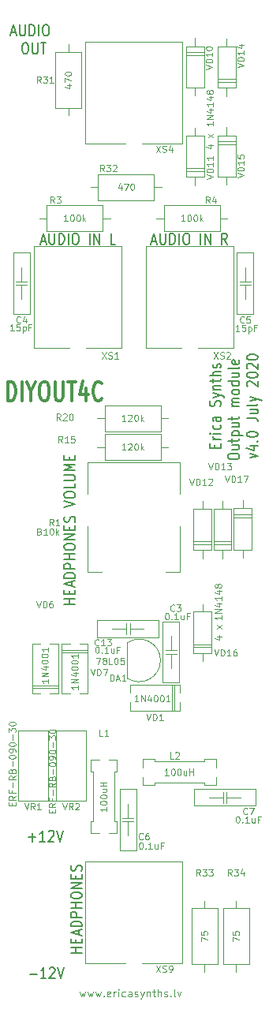
<source format=gto>
G04 #@! TF.GenerationSoftware,KiCad,Pcbnew,(2016-12-20 revision 2972f6f)-master*
G04 #@! TF.CreationDate,2020-07-05T08:57:13+03:00*
G04 #@! TF.ProjectId,DIYOUT4C,4449594F555434432E6B696361645F70,rev?*
G04 #@! TF.FileFunction,Legend,Top*
G04 #@! TF.FilePolarity,Positive*
%FSLAX46Y46*%
G04 Gerber Fmt 4.6, Leading zero omitted, Abs format (unit mm)*
G04 Created by KiCad (PCBNEW (2016-12-20 revision 2972f6f)-master) date Sun Jul  5 08:57:13 2020*
%MOMM*%
%LPD*%
G01*
G04 APERTURE LIST*
%ADD10C,0.100000*%
%ADD11C,0.300000*%
%ADD12C,0.200000*%
%ADD13C,0.150000*%
%ADD14C,0.120000*%
G04 APERTURE END LIST*
D10*
D11*
X1000000Y64695239D02*
X1000000Y66695239D01*
X1357142Y66695239D01*
X1571428Y66600000D01*
X1714285Y66409524D01*
X1785714Y66219048D01*
X1857142Y65838096D01*
X1857142Y65552381D01*
X1785714Y65171429D01*
X1714285Y64980953D01*
X1571428Y64790477D01*
X1357142Y64695239D01*
X1000000Y64695239D01*
X2500000Y64695239D02*
X2500000Y66695239D01*
X3500000Y65647620D02*
X3500000Y64695239D01*
X3000000Y66695239D02*
X3500000Y65647620D01*
X4000000Y66695239D01*
X4785714Y66695239D02*
X5071428Y66695239D01*
X5214285Y66600000D01*
X5357142Y66409524D01*
X5428571Y66028572D01*
X5428571Y65361905D01*
X5357142Y64980953D01*
X5214285Y64790477D01*
X5071428Y64695239D01*
X4785714Y64695239D01*
X4642857Y64790477D01*
X4500000Y64980953D01*
X4428571Y65361905D01*
X4428571Y66028572D01*
X4500000Y66409524D01*
X4642857Y66600000D01*
X4785714Y66695239D01*
X6071428Y66695239D02*
X6071428Y65076191D01*
X6142857Y64885715D01*
X6214285Y64790477D01*
X6357142Y64695239D01*
X6642857Y64695239D01*
X6785714Y64790477D01*
X6857142Y64885715D01*
X6928571Y65076191D01*
X6928571Y66695239D01*
X7428571Y66695239D02*
X8285714Y66695239D01*
X7857142Y64695239D02*
X7857142Y66695239D01*
X9428571Y66028572D02*
X9428571Y64695239D01*
X9071428Y66790477D02*
X8714285Y65361905D01*
X9642857Y65361905D01*
X11071428Y64885715D02*
X11000000Y64790477D01*
X10785714Y64695239D01*
X10642857Y64695239D01*
X10428571Y64790477D01*
X10285714Y64980953D01*
X10214285Y65171429D01*
X10142857Y65552381D01*
X10142857Y65838096D01*
X10214285Y66219048D01*
X10285714Y66409524D01*
X10428571Y66600000D01*
X10642857Y66695239D01*
X10785714Y66695239D01*
X11000000Y66600000D01*
X11071428Y66504762D01*
D10*
X23450000Y39383334D02*
X23916666Y39383334D01*
X23183333Y39216667D02*
X23683333Y39050000D01*
X23683333Y39483334D01*
X23916666Y40216667D02*
X23450000Y40583334D01*
X23450000Y40216667D02*
X23916666Y40583334D01*
X22550000Y92083334D02*
X23016666Y92083334D01*
X22283333Y91916667D02*
X22783333Y91750000D01*
X22783333Y92183334D01*
X23016666Y92916667D02*
X22550000Y93283334D01*
X22550000Y92916667D02*
X23016666Y93283334D01*
X8721428Y1247429D02*
X8873809Y714096D01*
X9026190Y1095048D01*
X9178571Y714096D01*
X9330952Y1247429D01*
X9559523Y1247429D02*
X9711904Y714096D01*
X9864285Y1095048D01*
X10016666Y714096D01*
X10169047Y1247429D01*
X10397619Y1247429D02*
X10550000Y714096D01*
X10702380Y1095048D01*
X10854761Y714096D01*
X11007142Y1247429D01*
X11311904Y790286D02*
X11350000Y752191D01*
X11311904Y714096D01*
X11273809Y752191D01*
X11311904Y790286D01*
X11311904Y714096D01*
X11997619Y752191D02*
X11921428Y714096D01*
X11769047Y714096D01*
X11692857Y752191D01*
X11654761Y828381D01*
X11654761Y1133143D01*
X11692857Y1209334D01*
X11769047Y1247429D01*
X11921428Y1247429D01*
X11997619Y1209334D01*
X12035714Y1133143D01*
X12035714Y1056953D01*
X11654761Y980762D01*
X12378571Y714096D02*
X12378571Y1247429D01*
X12378571Y1095048D02*
X12416666Y1171239D01*
X12454761Y1209334D01*
X12530952Y1247429D01*
X12607142Y1247429D01*
X12873809Y714096D02*
X12873809Y1247429D01*
X12873809Y1514096D02*
X12835714Y1476000D01*
X12873809Y1437905D01*
X12911904Y1476000D01*
X12873809Y1514096D01*
X12873809Y1437905D01*
X13597619Y752191D02*
X13521428Y714096D01*
X13369047Y714096D01*
X13292857Y752191D01*
X13254761Y790286D01*
X13216666Y866477D01*
X13216666Y1095048D01*
X13254761Y1171239D01*
X13292857Y1209334D01*
X13369047Y1247429D01*
X13521428Y1247429D01*
X13597619Y1209334D01*
X14283333Y714096D02*
X14283333Y1133143D01*
X14245238Y1209334D01*
X14169047Y1247429D01*
X14016666Y1247429D01*
X13940476Y1209334D01*
X14283333Y752191D02*
X14207142Y714096D01*
X14016666Y714096D01*
X13940476Y752191D01*
X13902380Y828381D01*
X13902380Y904572D01*
X13940476Y980762D01*
X14016666Y1018858D01*
X14207142Y1018858D01*
X14283333Y1056953D01*
X14626190Y752191D02*
X14702380Y714096D01*
X14854761Y714096D01*
X14930952Y752191D01*
X14969047Y828381D01*
X14969047Y866477D01*
X14930952Y942667D01*
X14854761Y980762D01*
X14740476Y980762D01*
X14664285Y1018858D01*
X14626190Y1095048D01*
X14626190Y1133143D01*
X14664285Y1209334D01*
X14740476Y1247429D01*
X14854761Y1247429D01*
X14930952Y1209334D01*
X15235714Y1247429D02*
X15426190Y714096D01*
X15616666Y1247429D02*
X15426190Y714096D01*
X15350000Y523620D01*
X15311904Y485524D01*
X15235714Y447429D01*
X15921428Y1247429D02*
X15921428Y714096D01*
X15921428Y1171239D02*
X15959523Y1209334D01*
X16035714Y1247429D01*
X16150000Y1247429D01*
X16226190Y1209334D01*
X16264285Y1133143D01*
X16264285Y714096D01*
X16530952Y1247429D02*
X16835714Y1247429D01*
X16645238Y1514096D02*
X16645238Y828381D01*
X16683333Y752191D01*
X16759523Y714096D01*
X16835714Y714096D01*
X17102380Y714096D02*
X17102380Y1514096D01*
X17445238Y714096D02*
X17445238Y1133143D01*
X17407142Y1209334D01*
X17330952Y1247429D01*
X17216666Y1247429D01*
X17140476Y1209334D01*
X17102380Y1171239D01*
X17788095Y752191D02*
X17864285Y714096D01*
X18016666Y714096D01*
X18092857Y752191D01*
X18130952Y828381D01*
X18130952Y866477D01*
X18092857Y942667D01*
X18016666Y980762D01*
X17902380Y980762D01*
X17826190Y1018858D01*
X17788095Y1095048D01*
X17788095Y1133143D01*
X17826190Y1209334D01*
X17902380Y1247429D01*
X18016666Y1247429D01*
X18092857Y1209334D01*
X18473809Y790286D02*
X18511904Y752191D01*
X18473809Y714096D01*
X18435714Y752191D01*
X18473809Y790286D01*
X18473809Y714096D01*
X18969047Y714096D02*
X18892857Y752191D01*
X18854761Y828381D01*
X18854761Y1514096D01*
X19197619Y1247429D02*
X19388095Y714096D01*
X19578571Y1247429D01*
D12*
X23214285Y59623810D02*
X23214285Y59957143D01*
X23842857Y60100000D02*
X23842857Y59623810D01*
X22642857Y59623810D01*
X22642857Y60100000D01*
X23842857Y60528572D02*
X23042857Y60528572D01*
X23271428Y60528572D02*
X23157142Y60576191D01*
X23100000Y60623810D01*
X23042857Y60719048D01*
X23042857Y60814286D01*
X23842857Y61147620D02*
X23042857Y61147620D01*
X22642857Y61147620D02*
X22700000Y61100000D01*
X22757142Y61147620D01*
X22700000Y61195239D01*
X22642857Y61147620D01*
X22757142Y61147620D01*
X23785714Y62052381D02*
X23842857Y61957143D01*
X23842857Y61766667D01*
X23785714Y61671429D01*
X23728571Y61623810D01*
X23614285Y61576191D01*
X23271428Y61576191D01*
X23157142Y61623810D01*
X23100000Y61671429D01*
X23042857Y61766667D01*
X23042857Y61957143D01*
X23100000Y62052381D01*
X23842857Y62909524D02*
X23214285Y62909524D01*
X23100000Y62861905D01*
X23042857Y62766667D01*
X23042857Y62576191D01*
X23100000Y62480953D01*
X23785714Y62909524D02*
X23842857Y62814286D01*
X23842857Y62576191D01*
X23785714Y62480953D01*
X23671428Y62433334D01*
X23557142Y62433334D01*
X23442857Y62480953D01*
X23385714Y62576191D01*
X23385714Y62814286D01*
X23328571Y62909524D01*
X23785714Y64100000D02*
X23842857Y64242858D01*
X23842857Y64480953D01*
X23785714Y64576191D01*
X23728571Y64623810D01*
X23614285Y64671429D01*
X23500000Y64671429D01*
X23385714Y64623810D01*
X23328571Y64576191D01*
X23271428Y64480953D01*
X23214285Y64290477D01*
X23157142Y64195239D01*
X23100000Y64147620D01*
X22985714Y64100000D01*
X22871428Y64100000D01*
X22757142Y64147620D01*
X22700000Y64195239D01*
X22642857Y64290477D01*
X22642857Y64528572D01*
X22700000Y64671429D01*
X23042857Y65004762D02*
X23842857Y65242858D01*
X23042857Y65480953D02*
X23842857Y65242858D01*
X24128571Y65147620D01*
X24185714Y65100000D01*
X24242857Y65004762D01*
X23042857Y65861905D02*
X23842857Y65861905D01*
X23157142Y65861905D02*
X23100000Y65909524D01*
X23042857Y66004762D01*
X23042857Y66147620D01*
X23100000Y66242858D01*
X23214285Y66290477D01*
X23842857Y66290477D01*
X23042857Y66623810D02*
X23042857Y67004762D01*
X22642857Y66766667D02*
X23671428Y66766667D01*
X23785714Y66814286D01*
X23842857Y66909524D01*
X23842857Y67004762D01*
X23842857Y67338096D02*
X22642857Y67338096D01*
X23842857Y67766667D02*
X23214285Y67766667D01*
X23100000Y67719048D01*
X23042857Y67623810D01*
X23042857Y67480953D01*
X23100000Y67385715D01*
X23157142Y67338096D01*
X23785714Y68195239D02*
X23842857Y68290477D01*
X23842857Y68480953D01*
X23785714Y68576191D01*
X23671428Y68623810D01*
X23614285Y68623810D01*
X23500000Y68576191D01*
X23442857Y68480953D01*
X23442857Y68338096D01*
X23385714Y68242858D01*
X23271428Y68195239D01*
X23214285Y68195239D01*
X23100000Y68242858D01*
X23042857Y68338096D01*
X23042857Y68480953D01*
X23100000Y68576191D01*
X24642857Y58600000D02*
X24642857Y58790477D01*
X24700000Y58885715D01*
X24814285Y58980953D01*
X25042857Y59028572D01*
X25442857Y59028572D01*
X25671428Y58980953D01*
X25785714Y58885715D01*
X25842857Y58790477D01*
X25842857Y58600000D01*
X25785714Y58504762D01*
X25671428Y58409524D01*
X25442857Y58361905D01*
X25042857Y58361905D01*
X24814285Y58409524D01*
X24700000Y58504762D01*
X24642857Y58600000D01*
X25042857Y59885715D02*
X25842857Y59885715D01*
X25042857Y59457143D02*
X25671428Y59457143D01*
X25785714Y59504762D01*
X25842857Y59600000D01*
X25842857Y59742858D01*
X25785714Y59838096D01*
X25728571Y59885715D01*
X25042857Y60219048D02*
X25042857Y60600000D01*
X24642857Y60361905D02*
X25671428Y60361905D01*
X25785714Y60409524D01*
X25842857Y60504762D01*
X25842857Y60600000D01*
X25042857Y60933334D02*
X26242857Y60933334D01*
X25100000Y60933334D02*
X25042857Y61028572D01*
X25042857Y61219048D01*
X25100000Y61314286D01*
X25157142Y61361905D01*
X25271428Y61409524D01*
X25614285Y61409524D01*
X25728571Y61361905D01*
X25785714Y61314286D01*
X25842857Y61219048D01*
X25842857Y61028572D01*
X25785714Y60933334D01*
X25042857Y62266667D02*
X25842857Y62266667D01*
X25042857Y61838096D02*
X25671428Y61838096D01*
X25785714Y61885715D01*
X25842857Y61980953D01*
X25842857Y62123810D01*
X25785714Y62219048D01*
X25728571Y62266667D01*
X25042857Y62600000D02*
X25042857Y62980953D01*
X24642857Y62742858D02*
X25671428Y62742858D01*
X25785714Y62790477D01*
X25842857Y62885715D01*
X25842857Y62980953D01*
X25842857Y64076191D02*
X25042857Y64076191D01*
X25157142Y64076191D02*
X25100000Y64123810D01*
X25042857Y64219048D01*
X25042857Y64361905D01*
X25100000Y64457143D01*
X25214285Y64504762D01*
X25842857Y64504762D01*
X25214285Y64504762D02*
X25100000Y64552381D01*
X25042857Y64647620D01*
X25042857Y64790477D01*
X25100000Y64885715D01*
X25214285Y64933334D01*
X25842857Y64933334D01*
X25842857Y65552381D02*
X25785714Y65457143D01*
X25728571Y65409524D01*
X25614285Y65361905D01*
X25271428Y65361905D01*
X25157142Y65409524D01*
X25100000Y65457143D01*
X25042857Y65552381D01*
X25042857Y65695239D01*
X25100000Y65790477D01*
X25157142Y65838096D01*
X25271428Y65885715D01*
X25614285Y65885715D01*
X25728571Y65838096D01*
X25785714Y65790477D01*
X25842857Y65695239D01*
X25842857Y65552381D01*
X25842857Y66742858D02*
X24642857Y66742858D01*
X25785714Y66742858D02*
X25842857Y66647620D01*
X25842857Y66457143D01*
X25785714Y66361905D01*
X25728571Y66314286D01*
X25614285Y66266667D01*
X25271428Y66266667D01*
X25157142Y66314286D01*
X25100000Y66361905D01*
X25042857Y66457143D01*
X25042857Y66647620D01*
X25100000Y66742858D01*
X25042857Y67647620D02*
X25842857Y67647620D01*
X25042857Y67219048D02*
X25671428Y67219048D01*
X25785714Y67266667D01*
X25842857Y67361905D01*
X25842857Y67504762D01*
X25785714Y67600000D01*
X25728571Y67647620D01*
X25842857Y68266667D02*
X25785714Y68171429D01*
X25671428Y68123810D01*
X24642857Y68123810D01*
X25785714Y69028572D02*
X25842857Y68933334D01*
X25842857Y68742858D01*
X25785714Y68647620D01*
X25671428Y68600000D01*
X25214285Y68600000D01*
X25100000Y68647620D01*
X25042857Y68742858D01*
X25042857Y68933334D01*
X25100000Y69028572D01*
X25214285Y69076191D01*
X25328571Y69076191D01*
X25442857Y68600000D01*
X27042857Y58528572D02*
X27842857Y58766667D01*
X27042857Y59004762D01*
X27042857Y59814286D02*
X27842857Y59814286D01*
X26585714Y59576191D02*
X27442857Y59338096D01*
X27442857Y59957143D01*
X27728571Y60338096D02*
X27785714Y60385715D01*
X27842857Y60338096D01*
X27785714Y60290477D01*
X27728571Y60338096D01*
X27842857Y60338096D01*
X26642857Y61004762D02*
X26642857Y61100000D01*
X26700000Y61195239D01*
X26757142Y61242858D01*
X26871428Y61290477D01*
X27100000Y61338096D01*
X27385714Y61338096D01*
X27614285Y61290477D01*
X27728571Y61242858D01*
X27785714Y61195239D01*
X27842857Y61100000D01*
X27842857Y61004762D01*
X27785714Y60909524D01*
X27728571Y60861905D01*
X27614285Y60814286D01*
X27385714Y60766667D01*
X27100000Y60766667D01*
X26871428Y60814286D01*
X26757142Y60861905D01*
X26700000Y60909524D01*
X26642857Y61004762D01*
X26642857Y62814286D02*
X27500000Y62814286D01*
X27671428Y62766667D01*
X27785714Y62671429D01*
X27842857Y62528572D01*
X27842857Y62433334D01*
X27042857Y63719048D02*
X27842857Y63719048D01*
X27042857Y63290477D02*
X27671428Y63290477D01*
X27785714Y63338096D01*
X27842857Y63433334D01*
X27842857Y63576191D01*
X27785714Y63671429D01*
X27728571Y63719048D01*
X27842857Y64338096D02*
X27785714Y64242858D01*
X27671428Y64195239D01*
X26642857Y64195239D01*
X27042857Y64623810D02*
X27842857Y64861905D01*
X27042857Y65100000D02*
X27842857Y64861905D01*
X28128571Y64766667D01*
X28185714Y64719048D01*
X28242857Y64623810D01*
X26757142Y66195239D02*
X26700000Y66242858D01*
X26642857Y66338096D01*
X26642857Y66576191D01*
X26700000Y66671429D01*
X26757142Y66719048D01*
X26871428Y66766667D01*
X26985714Y66766667D01*
X27157142Y66719048D01*
X27842857Y66147620D01*
X27842857Y66766667D01*
X26642857Y67385715D02*
X26642857Y67480953D01*
X26700000Y67576191D01*
X26757142Y67623810D01*
X26871428Y67671429D01*
X27100000Y67719048D01*
X27385714Y67719048D01*
X27614285Y67671429D01*
X27728571Y67623810D01*
X27785714Y67576191D01*
X27842857Y67480953D01*
X27842857Y67385715D01*
X27785714Y67290477D01*
X27728571Y67242858D01*
X27614285Y67195239D01*
X27385714Y67147620D01*
X27100000Y67147620D01*
X26871428Y67195239D01*
X26757142Y67242858D01*
X26700000Y67290477D01*
X26642857Y67385715D01*
X26757142Y68100000D02*
X26700000Y68147620D01*
X26642857Y68242858D01*
X26642857Y68480953D01*
X26700000Y68576191D01*
X26757142Y68623810D01*
X26871428Y68671429D01*
X26985714Y68671429D01*
X27157142Y68623810D01*
X27842857Y68052381D01*
X27842857Y68671429D01*
X26642857Y69290477D02*
X26642857Y69385715D01*
X26700000Y69480953D01*
X26757142Y69528572D01*
X26871428Y69576191D01*
X27100000Y69623810D01*
X27385714Y69623810D01*
X27614285Y69576191D01*
X27728571Y69528572D01*
X27785714Y69480953D01*
X27842857Y69385715D01*
X27842857Y69290477D01*
X27785714Y69195239D01*
X27728571Y69147620D01*
X27614285Y69100000D01*
X27385714Y69052381D01*
X27100000Y69052381D01*
X26871428Y69100000D01*
X26757142Y69147620D01*
X26700000Y69195239D01*
X26642857Y69290477D01*
D10*
X18250000Y24483334D02*
X17850000Y24483334D01*
X18050000Y24483334D02*
X18050000Y25183334D01*
X17983333Y25083334D01*
X17916666Y25016667D01*
X17850000Y24983334D01*
X18683333Y25183334D02*
X18750000Y25183334D01*
X18816666Y25150000D01*
X18850000Y25116667D01*
X18883333Y25050000D01*
X18916666Y24916667D01*
X18916666Y24750000D01*
X18883333Y24616667D01*
X18850000Y24550000D01*
X18816666Y24516667D01*
X18750000Y24483334D01*
X18683333Y24483334D01*
X18616666Y24516667D01*
X18583333Y24550000D01*
X18550000Y24616667D01*
X18516666Y24750000D01*
X18516666Y24916667D01*
X18550000Y25050000D01*
X18583333Y25116667D01*
X18616666Y25150000D01*
X18683333Y25183334D01*
X19350000Y25183334D02*
X19416666Y25183334D01*
X19483333Y25150000D01*
X19516666Y25116667D01*
X19550000Y25050000D01*
X19583333Y24916667D01*
X19583333Y24750000D01*
X19550000Y24616667D01*
X19516666Y24550000D01*
X19483333Y24516667D01*
X19416666Y24483334D01*
X19350000Y24483334D01*
X19283333Y24516667D01*
X19250000Y24550000D01*
X19216666Y24616667D01*
X19183333Y24750000D01*
X19183333Y24916667D01*
X19216666Y25050000D01*
X19250000Y25116667D01*
X19283333Y25150000D01*
X19350000Y25183334D01*
X20183333Y24950000D02*
X20183333Y24483334D01*
X19883333Y24950000D02*
X19883333Y24583334D01*
X19916666Y24516667D01*
X19983333Y24483334D01*
X20083333Y24483334D01*
X20150000Y24516667D01*
X20183333Y24550000D01*
X20516666Y24483334D02*
X20516666Y25183334D01*
X20516666Y24850000D02*
X20916666Y24850000D01*
X20916666Y24483334D02*
X20916666Y25183334D01*
X11616666Y21050000D02*
X11616666Y20650000D01*
X11616666Y20850000D02*
X10916666Y20850000D01*
X11016666Y20783334D01*
X11083333Y20716667D01*
X11116666Y20650000D01*
X10916666Y21483334D02*
X10916666Y21550000D01*
X10950000Y21616667D01*
X10983333Y21650000D01*
X11050000Y21683334D01*
X11183333Y21716667D01*
X11350000Y21716667D01*
X11483333Y21683334D01*
X11550000Y21650000D01*
X11583333Y21616667D01*
X11616666Y21550000D01*
X11616666Y21483334D01*
X11583333Y21416667D01*
X11550000Y21383334D01*
X11483333Y21350000D01*
X11350000Y21316667D01*
X11183333Y21316667D01*
X11050000Y21350000D01*
X10983333Y21383334D01*
X10950000Y21416667D01*
X10916666Y21483334D01*
X10916666Y22150000D02*
X10916666Y22216667D01*
X10950000Y22283334D01*
X10983333Y22316667D01*
X11050000Y22350000D01*
X11183333Y22383334D01*
X11350000Y22383334D01*
X11483333Y22350000D01*
X11550000Y22316667D01*
X11583333Y22283334D01*
X11616666Y22216667D01*
X11616666Y22150000D01*
X11583333Y22083334D01*
X11550000Y22050000D01*
X11483333Y22016667D01*
X11350000Y21983334D01*
X11183333Y21983334D01*
X11050000Y22016667D01*
X10983333Y22050000D01*
X10950000Y22083334D01*
X10916666Y22150000D01*
X11150000Y22983334D02*
X11616666Y22983334D01*
X11150000Y22683334D02*
X11516666Y22683334D01*
X11583333Y22716667D01*
X11616666Y22783334D01*
X11616666Y22883334D01*
X11583333Y22950000D01*
X11550000Y22983334D01*
X11616666Y23316667D02*
X10916666Y23316667D01*
X11250000Y23316667D02*
X11250000Y23716667D01*
X11616666Y23716667D02*
X10916666Y23716667D01*
D12*
X3238095Y17814286D02*
X4000000Y17814286D01*
X3619047Y17357143D02*
X3619047Y18271429D01*
X5000000Y17357143D02*
X4428571Y17357143D01*
X4714285Y17357143D02*
X4714285Y18557143D01*
X4619047Y18385715D01*
X4523809Y18271429D01*
X4428571Y18214286D01*
X5380952Y18442858D02*
X5428571Y18500000D01*
X5523809Y18557143D01*
X5761904Y18557143D01*
X5857142Y18500000D01*
X5904761Y18442858D01*
X5952380Y18328572D01*
X5952380Y18214286D01*
X5904761Y18042858D01*
X5333333Y17357143D01*
X5952380Y17357143D01*
X6238095Y18557143D02*
X6571428Y17357143D01*
X6904761Y18557143D01*
X3338095Y3114286D02*
X4100000Y3114286D01*
X5100000Y2657143D02*
X4528571Y2657143D01*
X4814285Y2657143D02*
X4814285Y3857143D01*
X4719047Y3685715D01*
X4623809Y3571429D01*
X4528571Y3514286D01*
X5480952Y3742858D02*
X5528571Y3800000D01*
X5623809Y3857143D01*
X5861904Y3857143D01*
X5957142Y3800000D01*
X6004761Y3742858D01*
X6052380Y3628572D01*
X6052380Y3514286D01*
X6004761Y3342858D01*
X5433333Y2657143D01*
X6052380Y2657143D01*
X6338095Y3857143D02*
X6671428Y2657143D01*
X7004761Y3857143D01*
D10*
X10483333Y37083334D02*
X10950000Y37083334D01*
X10650000Y36383334D01*
X11316666Y36783334D02*
X11250000Y36816667D01*
X11216666Y36850000D01*
X11183333Y36916667D01*
X11183333Y36950000D01*
X11216666Y37016667D01*
X11250000Y37050000D01*
X11316666Y37083334D01*
X11450000Y37083334D01*
X11516666Y37050000D01*
X11550000Y37016667D01*
X11583333Y36950000D01*
X11583333Y36916667D01*
X11550000Y36850000D01*
X11516666Y36816667D01*
X11450000Y36783334D01*
X11316666Y36783334D01*
X11250000Y36750000D01*
X11216666Y36716667D01*
X11183333Y36650000D01*
X11183333Y36516667D01*
X11216666Y36450000D01*
X11250000Y36416667D01*
X11316666Y36383334D01*
X11450000Y36383334D01*
X11516666Y36416667D01*
X11550000Y36450000D01*
X11583333Y36516667D01*
X11583333Y36650000D01*
X11550000Y36716667D01*
X11516666Y36750000D01*
X11450000Y36783334D01*
X12216666Y36383334D02*
X11883333Y36383334D01*
X11883333Y37083334D01*
X12583333Y37083334D02*
X12650000Y37083334D01*
X12716666Y37050000D01*
X12750000Y37016667D01*
X12783333Y36950000D01*
X12816666Y36816667D01*
X12816666Y36650000D01*
X12783333Y36516667D01*
X12750000Y36450000D01*
X12716666Y36416667D01*
X12650000Y36383334D01*
X12583333Y36383334D01*
X12516666Y36416667D01*
X12483333Y36450000D01*
X12450000Y36516667D01*
X12416666Y36650000D01*
X12416666Y36816667D01*
X12450000Y36950000D01*
X12483333Y37016667D01*
X12516666Y37050000D01*
X12583333Y37083334D01*
X13450000Y37083334D02*
X13116666Y37083334D01*
X13083333Y36750000D01*
X13116666Y36783334D01*
X13183333Y36816667D01*
X13350000Y36816667D01*
X13416666Y36783334D01*
X13450000Y36750000D01*
X13483333Y36683334D01*
X13483333Y36516667D01*
X13450000Y36450000D01*
X13416666Y36416667D01*
X13350000Y36383334D01*
X13183333Y36383334D01*
X13116666Y36416667D01*
X13083333Y36450000D01*
D13*
X8242857Y42847620D02*
X7042857Y42847620D01*
X7614285Y42847620D02*
X7614285Y43419048D01*
X8242857Y43419048D02*
X7042857Y43419048D01*
X7614285Y43895239D02*
X7614285Y44228572D01*
X8242857Y44371429D02*
X8242857Y43895239D01*
X7042857Y43895239D01*
X7042857Y44371429D01*
X7900000Y44752381D02*
X7900000Y45228572D01*
X8242857Y44657143D02*
X7042857Y44990477D01*
X8242857Y45323810D01*
X8242857Y45657143D02*
X7042857Y45657143D01*
X7042857Y45895239D01*
X7100000Y46038096D01*
X7214285Y46133334D01*
X7328571Y46180953D01*
X7557142Y46228572D01*
X7728571Y46228572D01*
X7957142Y46180953D01*
X8071428Y46133334D01*
X8185714Y46038096D01*
X8242857Y45895239D01*
X8242857Y45657143D01*
X8242857Y46657143D02*
X7042857Y46657143D01*
X7042857Y47038096D01*
X7100000Y47133334D01*
X7157142Y47180953D01*
X7271428Y47228572D01*
X7442857Y47228572D01*
X7557142Y47180953D01*
X7614285Y47133334D01*
X7671428Y47038096D01*
X7671428Y46657143D01*
X8242857Y47657143D02*
X7042857Y47657143D01*
X7614285Y47657143D02*
X7614285Y48228572D01*
X8242857Y48228572D02*
X7042857Y48228572D01*
X7042857Y48895239D02*
X7042857Y49085715D01*
X7100000Y49180953D01*
X7214285Y49276191D01*
X7442857Y49323810D01*
X7842857Y49323810D01*
X8071428Y49276191D01*
X8185714Y49180953D01*
X8242857Y49085715D01*
X8242857Y48895239D01*
X8185714Y48800000D01*
X8071428Y48704762D01*
X7842857Y48657143D01*
X7442857Y48657143D01*
X7214285Y48704762D01*
X7100000Y48800000D01*
X7042857Y48895239D01*
X8242857Y49752381D02*
X7042857Y49752381D01*
X8242857Y50323810D01*
X7042857Y50323810D01*
X7614285Y50800000D02*
X7614285Y51133334D01*
X8242857Y51276191D02*
X8242857Y50800000D01*
X7042857Y50800000D01*
X7042857Y51276191D01*
X8185714Y51657143D02*
X8242857Y51800000D01*
X8242857Y52038096D01*
X8185714Y52133334D01*
X8128571Y52180953D01*
X8014285Y52228572D01*
X7900000Y52228572D01*
X7785714Y52180953D01*
X7728571Y52133334D01*
X7671428Y52038096D01*
X7614285Y51847620D01*
X7557142Y51752381D01*
X7500000Y51704762D01*
X7385714Y51657143D01*
X7271428Y51657143D01*
X7157142Y51704762D01*
X7100000Y51752381D01*
X7042857Y51847620D01*
X7042857Y52085715D01*
X7100000Y52228572D01*
X7042857Y53276191D02*
X8242857Y53609524D01*
X7042857Y53942858D01*
X7042857Y54466667D02*
X7042857Y54657143D01*
X7100000Y54752381D01*
X7214285Y54847620D01*
X7442857Y54895239D01*
X7842857Y54895239D01*
X8071428Y54847620D01*
X8185714Y54752381D01*
X8242857Y54657143D01*
X8242857Y54466667D01*
X8185714Y54371429D01*
X8071428Y54276191D01*
X7842857Y54228572D01*
X7442857Y54228572D01*
X7214285Y54276191D01*
X7100000Y54371429D01*
X7042857Y54466667D01*
X8242857Y55800000D02*
X8242857Y55323810D01*
X7042857Y55323810D01*
X7042857Y56133334D02*
X8014285Y56133334D01*
X8128571Y56180953D01*
X8185714Y56228572D01*
X8242857Y56323810D01*
X8242857Y56514286D01*
X8185714Y56609524D01*
X8128571Y56657143D01*
X8014285Y56704762D01*
X7042857Y56704762D01*
X8242857Y57180953D02*
X7042857Y57180953D01*
X7900000Y57514286D01*
X7042857Y57847620D01*
X8242857Y57847620D01*
X7614285Y58323810D02*
X7614285Y58657143D01*
X8242857Y58800000D02*
X8242857Y58323810D01*
X7042857Y58323810D01*
X7042857Y58800000D01*
X16452380Y81800000D02*
X16928571Y81800000D01*
X16357142Y81457143D02*
X16690476Y82657143D01*
X17023809Y81457143D01*
X17357142Y82657143D02*
X17357142Y81685715D01*
X17404761Y81571429D01*
X17452380Y81514286D01*
X17547619Y81457143D01*
X17738095Y81457143D01*
X17833333Y81514286D01*
X17880952Y81571429D01*
X17928571Y81685715D01*
X17928571Y82657143D01*
X18404761Y81457143D02*
X18404761Y82657143D01*
X18642857Y82657143D01*
X18785714Y82600000D01*
X18880952Y82485715D01*
X18928571Y82371429D01*
X18976190Y82142858D01*
X18976190Y81971429D01*
X18928571Y81742858D01*
X18880952Y81628572D01*
X18785714Y81514286D01*
X18642857Y81457143D01*
X18404761Y81457143D01*
X19404761Y81457143D02*
X19404761Y82657143D01*
X20071428Y82657143D02*
X20261904Y82657143D01*
X20357142Y82600000D01*
X20452380Y82485715D01*
X20500000Y82257143D01*
X20500000Y81857143D01*
X20452380Y81628572D01*
X20357142Y81514286D01*
X20261904Y81457143D01*
X20071428Y81457143D01*
X19976190Y81514286D01*
X19880952Y81628572D01*
X19833333Y81857143D01*
X19833333Y82257143D01*
X19880952Y82485715D01*
X19976190Y82600000D01*
X20071428Y82657143D01*
X21690476Y81457143D02*
X21690476Y82657143D01*
X22166666Y81457143D02*
X22166666Y82657143D01*
X22738095Y81457143D01*
X22738095Y82657143D01*
X24547619Y81457143D02*
X24214285Y82028572D01*
X23976190Y81457143D02*
X23976190Y82657143D01*
X24357142Y82657143D01*
X24452380Y82600000D01*
X24500000Y82542858D01*
X24547619Y82428572D01*
X24547619Y82257143D01*
X24500000Y82142858D01*
X24452380Y82085715D01*
X24357142Y82028572D01*
X23976190Y82028572D01*
X4547619Y81800000D02*
X5023809Y81800000D01*
X4452380Y81457143D02*
X4785714Y82657143D01*
X5119047Y81457143D01*
X5452380Y82657143D02*
X5452380Y81685715D01*
X5500000Y81571429D01*
X5547619Y81514286D01*
X5642857Y81457143D01*
X5833333Y81457143D01*
X5928571Y81514286D01*
X5976190Y81571429D01*
X6023809Y81685715D01*
X6023809Y82657143D01*
X6500000Y81457143D02*
X6500000Y82657143D01*
X6738095Y82657143D01*
X6880952Y82600000D01*
X6976190Y82485715D01*
X7023809Y82371429D01*
X7071428Y82142858D01*
X7071428Y81971429D01*
X7023809Y81742858D01*
X6976190Y81628572D01*
X6880952Y81514286D01*
X6738095Y81457143D01*
X6500000Y81457143D01*
X7500000Y81457143D02*
X7500000Y82657143D01*
X8166666Y82657143D02*
X8357142Y82657143D01*
X8452380Y82600000D01*
X8547619Y82485715D01*
X8595238Y82257143D01*
X8595238Y81857143D01*
X8547619Y81628572D01*
X8452380Y81514286D01*
X8357142Y81457143D01*
X8166666Y81457143D01*
X8071428Y81514286D01*
X7976190Y81628572D01*
X7928571Y81857143D01*
X7928571Y82257143D01*
X7976190Y82485715D01*
X8071428Y82600000D01*
X8166666Y82657143D01*
X9785714Y81457143D02*
X9785714Y82657143D01*
X10261904Y81457143D02*
X10261904Y82657143D01*
X10833333Y81457143D01*
X10833333Y82657143D01*
X12547619Y81457143D02*
X12071428Y81457143D01*
X12071428Y82657143D01*
X8942857Y5433334D02*
X7742857Y5433334D01*
X8314285Y5433334D02*
X8314285Y6004762D01*
X8942857Y6004762D02*
X7742857Y6004762D01*
X8314285Y6480953D02*
X8314285Y6814286D01*
X8942857Y6957143D02*
X8942857Y6480953D01*
X7742857Y6480953D01*
X7742857Y6957143D01*
X8600000Y7338096D02*
X8600000Y7814286D01*
X8942857Y7242858D02*
X7742857Y7576191D01*
X8942857Y7909524D01*
X8942857Y8242858D02*
X7742857Y8242858D01*
X7742857Y8480953D01*
X7800000Y8623810D01*
X7914285Y8719048D01*
X8028571Y8766667D01*
X8257142Y8814286D01*
X8428571Y8814286D01*
X8657142Y8766667D01*
X8771428Y8719048D01*
X8885714Y8623810D01*
X8942857Y8480953D01*
X8942857Y8242858D01*
X8942857Y9242858D02*
X7742857Y9242858D01*
X7742857Y9623810D01*
X7800000Y9719048D01*
X7857142Y9766667D01*
X7971428Y9814286D01*
X8142857Y9814286D01*
X8257142Y9766667D01*
X8314285Y9719048D01*
X8371428Y9623810D01*
X8371428Y9242858D01*
X8942857Y10242858D02*
X7742857Y10242858D01*
X8314285Y10242858D02*
X8314285Y10814286D01*
X8942857Y10814286D02*
X7742857Y10814286D01*
X7742857Y11480953D02*
X7742857Y11671429D01*
X7800000Y11766667D01*
X7914285Y11861905D01*
X8142857Y11909524D01*
X8542857Y11909524D01*
X8771428Y11861905D01*
X8885714Y11766667D01*
X8942857Y11671429D01*
X8942857Y11480953D01*
X8885714Y11385715D01*
X8771428Y11290477D01*
X8542857Y11242858D01*
X8142857Y11242858D01*
X7914285Y11290477D01*
X7800000Y11385715D01*
X7742857Y11480953D01*
X8942857Y12338096D02*
X7742857Y12338096D01*
X8942857Y12909524D01*
X7742857Y12909524D01*
X8314285Y13385715D02*
X8314285Y13719048D01*
X8942857Y13861905D02*
X8942857Y13385715D01*
X7742857Y13385715D01*
X7742857Y13861905D01*
X8885714Y14242858D02*
X8942857Y14385715D01*
X8942857Y14623810D01*
X8885714Y14719048D01*
X8828571Y14766667D01*
X8714285Y14814286D01*
X8600000Y14814286D01*
X8485714Y14766667D01*
X8428571Y14719048D01*
X8371428Y14623810D01*
X8314285Y14433334D01*
X8257142Y14338096D01*
X8200000Y14290477D01*
X8085714Y14242858D01*
X7971428Y14242858D01*
X7857142Y14290477D01*
X7800000Y14338096D01*
X7742857Y14433334D01*
X7742857Y14671429D01*
X7800000Y14814286D01*
X1376190Y104175000D02*
X1852380Y104175000D01*
X1280952Y103832143D02*
X1614285Y105032143D01*
X1947619Y103832143D01*
X2280952Y105032143D02*
X2280952Y104060715D01*
X2328571Y103946429D01*
X2376190Y103889286D01*
X2471428Y103832143D01*
X2661904Y103832143D01*
X2757142Y103889286D01*
X2804761Y103946429D01*
X2852380Y104060715D01*
X2852380Y105032143D01*
X3328571Y103832143D02*
X3328571Y105032143D01*
X3566666Y105032143D01*
X3709523Y104975000D01*
X3804761Y104860715D01*
X3852380Y104746429D01*
X3900000Y104517858D01*
X3900000Y104346429D01*
X3852380Y104117858D01*
X3804761Y104003572D01*
X3709523Y103889286D01*
X3566666Y103832143D01*
X3328571Y103832143D01*
X4328571Y103832143D02*
X4328571Y105032143D01*
X4995238Y105032143D02*
X5185714Y105032143D01*
X5280952Y104975000D01*
X5376190Y104860715D01*
X5423809Y104632143D01*
X5423809Y104232143D01*
X5376190Y104003572D01*
X5280952Y103889286D01*
X5185714Y103832143D01*
X4995238Y103832143D01*
X4900000Y103889286D01*
X4804761Y104003572D01*
X4757142Y104232143D01*
X4757142Y104632143D01*
X4804761Y104860715D01*
X4900000Y104975000D01*
X4995238Y105032143D01*
X2780952Y103082143D02*
X2971428Y103082143D01*
X3066666Y103025000D01*
X3161904Y102910715D01*
X3209523Y102682143D01*
X3209523Y102282143D01*
X3161904Y102053572D01*
X3066666Y101939286D01*
X2971428Y101882143D01*
X2780952Y101882143D01*
X2685714Y101939286D01*
X2590476Y102053572D01*
X2542857Y102282143D01*
X2542857Y102682143D01*
X2590476Y102910715D01*
X2685714Y103025000D01*
X2780952Y103082143D01*
X3638095Y103082143D02*
X3638095Y102110715D01*
X3685714Y101996429D01*
X3733333Y101939286D01*
X3828571Y101882143D01*
X4019047Y101882143D01*
X4114285Y101939286D01*
X4161904Y101996429D01*
X4209523Y102110715D01*
X4209523Y103082143D01*
X4542857Y103082143D02*
X5114285Y103082143D01*
X4828571Y101882143D02*
X4828571Y103082143D01*
D10*
X22849500Y49590000D02*
X20944500Y49590000D01*
X22849500Y49272500D02*
X20944500Y49272500D01*
X21897000Y53082500D02*
X21897000Y53908000D01*
X21897000Y48637500D02*
X21897000Y47748500D01*
X22849500Y53082500D02*
X22849500Y48637500D01*
X22849500Y48637500D02*
X20944500Y48637500D01*
X20944500Y48637500D02*
X20944500Y53082500D01*
X20944500Y53082500D02*
X22849500Y53082500D01*
X18500000Y37500000D02*
X18500000Y36000000D01*
X18500000Y37900000D02*
X18500000Y39400000D01*
X17900000Y37900000D02*
X19100000Y37900000D01*
X17900000Y37500000D02*
X19100000Y37500000D01*
X17600000Y34400000D02*
X17600000Y41000000D01*
X17600000Y41000000D02*
X19400000Y41000000D01*
X19400000Y41000000D02*
X19400000Y34400000D01*
X19400000Y34400000D02*
X17600000Y34400000D01*
X2466000Y77476000D02*
X2466000Y78976000D01*
X2466000Y77076000D02*
X2466000Y75576000D01*
X3066000Y77076000D02*
X1866000Y77076000D01*
X3066000Y77476000D02*
X1866000Y77476000D01*
X3366000Y80576000D02*
X3366000Y73976000D01*
X3366000Y73976000D02*
X1566000Y73976000D01*
X1566000Y73976000D02*
X1566000Y80576000D01*
X1566000Y80576000D02*
X3366000Y80576000D01*
X26469000Y77476000D02*
X26469000Y78976000D01*
X26469000Y77076000D02*
X26469000Y75576000D01*
X27069000Y77076000D02*
X25869000Y77076000D01*
X27069000Y77476000D02*
X25869000Y77476000D01*
X27369000Y80576000D02*
X27369000Y73976000D01*
X27369000Y73976000D02*
X25569000Y73976000D01*
X25569000Y73976000D02*
X25569000Y80576000D01*
X25569000Y80576000D02*
X27369000Y80576000D01*
X13900000Y19500000D02*
X13900000Y18000000D01*
X13900000Y19900000D02*
X13900000Y21400000D01*
X13300000Y19900000D02*
X14500000Y19900000D01*
X13300000Y19500000D02*
X14500000Y19500000D01*
X13000000Y16400000D02*
X13000000Y23000000D01*
X13000000Y23000000D02*
X14800000Y23000000D01*
X14800000Y23000000D02*
X14800000Y16400000D01*
X14800000Y16400000D02*
X13000000Y16400000D01*
X24500000Y22100000D02*
X26000000Y22100000D01*
X24100000Y22100000D02*
X22600000Y22100000D01*
X24100000Y21500000D02*
X24100000Y22700000D01*
X24500000Y21500000D02*
X24500000Y22700000D01*
X27600000Y21200000D02*
X21000000Y21200000D01*
X21000000Y21200000D02*
X21000000Y23000000D01*
X21000000Y23000000D02*
X27600000Y23000000D01*
X27600000Y23000000D02*
X27600000Y21200000D01*
X13700000Y40200000D02*
X12200000Y40200000D01*
X14100000Y40200000D02*
X15600000Y40200000D01*
X14100000Y40800000D02*
X14100000Y39600000D01*
X13700000Y40800000D02*
X13700000Y39600000D01*
X10600000Y41100000D02*
X17200000Y41100000D01*
X17200000Y41100000D02*
X17200000Y39300000D01*
X17200000Y39300000D02*
X10600000Y39300000D01*
X10600000Y39300000D02*
X10600000Y41100000D01*
X13830000Y38705000D02*
X13830000Y34895000D01*
X13826017Y34897661D02*
G75*
G03X13830000Y38705000I1273983J1902339D01*
G01*
X9903000Y26137000D02*
X9903000Y24867000D01*
X9903000Y24867000D02*
X10157000Y24867000D01*
X10157000Y24867000D02*
X10157000Y19533000D01*
X10157000Y19533000D02*
X9903000Y19533000D01*
X9903000Y19533000D02*
X9903000Y18263000D01*
X9903000Y18263000D02*
X10792000Y18263000D01*
X10792000Y26137000D02*
X9903000Y26137000D01*
X12697000Y26137000D02*
X11808000Y26137000D01*
X12697000Y26137000D02*
X12697000Y24867000D01*
X12697000Y24867000D02*
X12443000Y24867000D01*
X12443000Y24867000D02*
X12443000Y19533000D01*
X12443000Y19533000D02*
X12697000Y19533000D01*
X12697000Y19533000D02*
X12697000Y18263000D01*
X12697000Y18263000D02*
X11808000Y18263000D01*
X15463000Y23403000D02*
X16733000Y23403000D01*
X16733000Y23403000D02*
X16733000Y23657000D01*
X16733000Y23657000D02*
X22067000Y23657000D01*
X22067000Y23657000D02*
X22067000Y23403000D01*
X22067000Y23403000D02*
X23337000Y23403000D01*
X23337000Y23403000D02*
X23337000Y24292000D01*
X15463000Y24292000D02*
X15463000Y23403000D01*
X15463000Y26197000D02*
X15463000Y25308000D01*
X15463000Y26197000D02*
X16733000Y26197000D01*
X16733000Y26197000D02*
X16733000Y25943000D01*
X16733000Y25943000D02*
X22067000Y25943000D01*
X22067000Y25943000D02*
X22067000Y26197000D01*
X22067000Y26197000D02*
X23337000Y26197000D01*
X23337000Y26197000D02*
X23337000Y25308000D01*
X20147500Y101770000D02*
X22052500Y101770000D01*
X20147500Y102087500D02*
X22052500Y102087500D01*
X21100000Y98277500D02*
X21100000Y97452000D01*
X21100000Y102722500D02*
X21100000Y103611500D01*
X20147500Y98277500D02*
X20147500Y102722500D01*
X20147500Y102722500D02*
X22052500Y102722500D01*
X22052500Y102722500D02*
X22052500Y98277500D01*
X22052500Y98277500D02*
X20147500Y98277500D01*
X22052500Y89630000D02*
X20147500Y89630000D01*
X22052500Y89312500D02*
X20147500Y89312500D01*
X21100000Y93122500D02*
X21100000Y93948000D01*
X21100000Y88677500D02*
X21100000Y87788500D01*
X22052500Y93122500D02*
X22052500Y88677500D01*
X22052500Y88677500D02*
X20147500Y88677500D01*
X20147500Y88677500D02*
X20147500Y93122500D01*
X20147500Y93122500D02*
X22052500Y93122500D01*
X25008500Y49590000D02*
X23103500Y49590000D01*
X25008500Y49272500D02*
X23103500Y49272500D01*
X24056000Y53082500D02*
X24056000Y53908000D01*
X24056000Y48637500D02*
X24056000Y47748500D01*
X25008500Y53082500D02*
X25008500Y48637500D01*
X25008500Y48637500D02*
X23103500Y48637500D01*
X23103500Y48637500D02*
X23103500Y53082500D01*
X23103500Y53082500D02*
X25008500Y53082500D01*
X25452500Y99230000D02*
X23547500Y99230000D01*
X25452500Y98912500D02*
X23547500Y98912500D01*
X24500000Y102722500D02*
X24500000Y103548000D01*
X24500000Y98277500D02*
X24500000Y97388500D01*
X25452500Y102722500D02*
X25452500Y98277500D01*
X25452500Y98277500D02*
X23547500Y98277500D01*
X23547500Y98277500D02*
X23547500Y102722500D01*
X23547500Y102722500D02*
X25452500Y102722500D01*
X23547500Y92170000D02*
X25452500Y92170000D01*
X23547500Y92487500D02*
X25452500Y92487500D01*
X24500000Y88677500D02*
X24500000Y87852000D01*
X24500000Y93122500D02*
X24500000Y94011500D01*
X23547500Y88677500D02*
X23547500Y93122500D01*
X23547500Y93122500D02*
X25452500Y93122500D01*
X25452500Y93122500D02*
X25452500Y88677500D01*
X25452500Y88677500D02*
X23547500Y88677500D01*
X22849500Y38541000D02*
X20944500Y38541000D01*
X22849500Y38223500D02*
X20944500Y38223500D01*
X21897000Y42033500D02*
X21897000Y42859000D01*
X21897000Y37588500D02*
X21897000Y36699500D01*
X22849500Y42033500D02*
X22849500Y37588500D01*
X22849500Y37588500D02*
X20944500Y37588500D01*
X20944500Y37588500D02*
X20944500Y42033500D01*
X20944500Y42033500D02*
X22849500Y42033500D01*
X25247500Y52170000D02*
X27152500Y52170000D01*
X25247500Y52487500D02*
X27152500Y52487500D01*
X26200000Y48677500D02*
X26200000Y47852000D01*
X26200000Y53122500D02*
X26200000Y54011500D01*
X25247500Y48677500D02*
X25247500Y53122500D01*
X25247500Y53122500D02*
X27152500Y53122500D01*
X27152500Y53122500D02*
X27152500Y48677500D01*
X27152500Y48677500D02*
X25247500Y48677500D01*
X7611000Y70301000D02*
X3801000Y70301000D01*
X3801000Y70301000D02*
X3801000Y81223000D01*
X3801000Y81223000D02*
X13199000Y81223000D01*
X13199000Y81223000D02*
X13199000Y70301000D01*
X13199000Y70301000D02*
X9389000Y70301000D01*
X19611000Y70301000D02*
X15801000Y70301000D01*
X15801000Y70301000D02*
X15801000Y81223000D01*
X15801000Y81223000D02*
X25199000Y81223000D01*
X25199000Y81223000D02*
X25199000Y70301000D01*
X25199000Y70301000D02*
X21389000Y70301000D01*
X2112500Y29246500D02*
X2112500Y21753500D01*
X2112500Y21753500D02*
X5287500Y21753500D01*
X5287500Y21753500D02*
X5287500Y29246500D01*
X5287500Y29246500D02*
X2112500Y29246500D01*
X6212500Y29246500D02*
X6212500Y21753500D01*
X6212500Y21753500D02*
X9387500Y21753500D01*
X9387500Y21753500D02*
X9387500Y29246500D01*
X9387500Y29246500D02*
X6212500Y29246500D01*
X4492000Y33233000D02*
X3603000Y33233000D01*
X6397000Y33233000D02*
X5508000Y33233000D01*
X4492000Y38567000D02*
X3603000Y38567000D01*
X6397000Y38567000D02*
X5508000Y38567000D01*
X6397000Y34122000D02*
X3603000Y34122000D01*
X6397000Y33868000D02*
X3603000Y33868000D01*
X6397000Y38567000D02*
X6397000Y33233000D01*
X3603000Y33233000D02*
X3603000Y38567000D01*
X8708000Y38567000D02*
X9597000Y38567000D01*
X6803000Y38567000D02*
X7692000Y38567000D01*
X8708000Y33233000D02*
X9597000Y33233000D01*
X6803000Y33233000D02*
X7692000Y33233000D01*
X6803000Y37678000D02*
X9597000Y37678000D01*
X6803000Y37932000D02*
X9597000Y37932000D01*
X6803000Y33233000D02*
X6803000Y38567000D01*
X9597000Y38567000D02*
X9597000Y33233000D01*
X19467000Y32292000D02*
X19467000Y31403000D01*
X19467000Y34197000D02*
X19467000Y33308000D01*
X14133000Y32292000D02*
X14133000Y31403000D01*
X14133000Y34197000D02*
X14133000Y33308000D01*
X18578000Y34197000D02*
X18578000Y31403000D01*
X18832000Y34197000D02*
X18832000Y31403000D01*
X14133000Y34197000D02*
X19467000Y34197000D01*
X19467000Y31403000D02*
X14133000Y31403000D01*
X17929000Y46269000D02*
X19453000Y46269000D01*
X19453000Y46269000D02*
X19453000Y51200000D01*
X9547000Y51200000D02*
X9547000Y46269000D01*
X9547000Y46269000D02*
X11071000Y46269000D01*
X19453000Y54700000D02*
X19453000Y58080000D01*
X19453000Y58080000D02*
X9547000Y58080000D01*
X9547000Y58080000D02*
X9547000Y54700000D01*
X11181000Y82861000D02*
X5181000Y82861000D01*
X11181000Y85661000D02*
X11181000Y82861000D01*
X5181000Y85661000D02*
X11181000Y85661000D01*
X5181000Y82861000D02*
X5181000Y85661000D01*
X11181000Y84261000D02*
X11981000Y84261000D01*
X5181000Y84261000D02*
X4381000Y84261000D01*
X23754000Y84261000D02*
X24554000Y84261000D01*
X17754000Y84261000D02*
X16954000Y84261000D01*
X23754000Y85661000D02*
X23754000Y82861000D01*
X23754000Y82861000D02*
X17754000Y82861000D01*
X17754000Y82861000D02*
X17754000Y85661000D01*
X17754000Y85661000D02*
X23754000Y85661000D01*
X11400000Y59700000D02*
X10600000Y59700000D01*
X17400000Y59700000D02*
X18200000Y59700000D01*
X11400000Y58300000D02*
X11400000Y61100000D01*
X11400000Y61100000D02*
X17400000Y61100000D01*
X17400000Y61100000D02*
X17400000Y58300000D01*
X17400000Y58300000D02*
X11400000Y58300000D01*
X17400000Y61400000D02*
X11400000Y61400000D01*
X17400000Y64200000D02*
X17400000Y61400000D01*
X11400000Y64200000D02*
X17400000Y64200000D01*
X11400000Y61400000D02*
X11400000Y64200000D01*
X17400000Y62800000D02*
X18200000Y62800000D01*
X11400000Y62800000D02*
X10600000Y62800000D01*
X8900000Y102100000D02*
X8900000Y96100000D01*
X6100000Y102100000D02*
X8900000Y102100000D01*
X6100000Y96100000D02*
X6100000Y102100000D01*
X8900000Y96100000D02*
X6100000Y96100000D01*
X7500000Y102100000D02*
X7500000Y102900000D01*
X7500000Y96100000D02*
X7500000Y95300000D01*
X10700000Y87600000D02*
X9900000Y87600000D01*
X16700000Y87600000D02*
X17500000Y87600000D01*
X10700000Y86200000D02*
X10700000Y89000000D01*
X10700000Y89000000D02*
X16700000Y89000000D01*
X16700000Y89000000D02*
X16700000Y86200000D01*
X16700000Y86200000D02*
X10700000Y86200000D01*
X22100000Y4200000D02*
X22100000Y3400000D01*
X22100000Y10200000D02*
X22100000Y11000000D01*
X23500000Y4200000D02*
X20700000Y4200000D01*
X20700000Y4200000D02*
X20700000Y10200000D01*
X20700000Y10200000D02*
X23500000Y10200000D01*
X23500000Y10200000D02*
X23500000Y4200000D01*
X26900000Y10200000D02*
X26900000Y4200000D01*
X24100000Y10200000D02*
X26900000Y10200000D01*
X24100000Y4200000D02*
X24100000Y10200000D01*
X26900000Y4200000D02*
X24100000Y4200000D01*
X25500000Y10200000D02*
X25500000Y11000000D01*
X25500000Y4200000D02*
X25500000Y3400000D01*
X19199000Y92301000D02*
X15389000Y92301000D01*
D14*
X9300000Y92300000D02*
X13600000Y92300000D01*
X9300000Y103200000D02*
X9300000Y92300000D01*
X19700000Y103200000D02*
X9300000Y103200000D01*
X19700000Y92300000D02*
X19700000Y103200000D01*
X15400000Y92300000D02*
X19700000Y92300000D01*
X15400000Y4300000D02*
X19700000Y4300000D01*
X19700000Y4300000D02*
X19700000Y15200000D01*
X19700000Y15200000D02*
X9300000Y15200000D01*
X9300000Y15200000D02*
X9300000Y4300000D01*
X9300000Y4300000D02*
X13600000Y4300000D01*
D10*
X19199000Y4301000D02*
X15389000Y4301000D01*
X20520000Y56323334D02*
X20753333Y55623334D01*
X20986666Y56323334D01*
X21220000Y55623334D02*
X21220000Y56323334D01*
X21386666Y56323334D01*
X21486666Y56290000D01*
X21553333Y56223334D01*
X21586666Y56156667D01*
X21620000Y56023334D01*
X21620000Y55923334D01*
X21586666Y55790000D01*
X21553333Y55723334D01*
X21486666Y55656667D01*
X21386666Y55623334D01*
X21220000Y55623334D01*
X22286666Y55623334D02*
X21886666Y55623334D01*
X22086666Y55623334D02*
X22086666Y56323334D01*
X22020000Y56223334D01*
X21953333Y56156667D01*
X21886666Y56123334D01*
X22553333Y56256667D02*
X22586666Y56290000D01*
X22653333Y56323334D01*
X22820000Y56323334D01*
X22886666Y56290000D01*
X22920000Y56256667D01*
X22953333Y56190000D01*
X22953333Y56123334D01*
X22920000Y56023334D01*
X22520000Y55623334D01*
X22953333Y55623334D01*
X18050000Y41883334D02*
X18116666Y41883334D01*
X18183333Y41850000D01*
X18216666Y41816667D01*
X18250000Y41750000D01*
X18283333Y41616667D01*
X18283333Y41450000D01*
X18250000Y41316667D01*
X18216666Y41250000D01*
X18183333Y41216667D01*
X18116666Y41183334D01*
X18050000Y41183334D01*
X17983333Y41216667D01*
X17950000Y41250000D01*
X17916666Y41316667D01*
X17883333Y41450000D01*
X17883333Y41616667D01*
X17916666Y41750000D01*
X17950000Y41816667D01*
X17983333Y41850000D01*
X18050000Y41883334D01*
X18583333Y41250000D02*
X18616666Y41216667D01*
X18583333Y41183334D01*
X18550000Y41216667D01*
X18583333Y41250000D01*
X18583333Y41183334D01*
X19283333Y41183334D02*
X18883333Y41183334D01*
X19083333Y41183334D02*
X19083333Y41883334D01*
X19016666Y41783334D01*
X18950000Y41716667D01*
X18883333Y41683334D01*
X19883333Y41650000D02*
X19883333Y41183334D01*
X19583333Y41650000D02*
X19583333Y41283334D01*
X19616666Y41216667D01*
X19683333Y41183334D01*
X19783333Y41183334D01*
X19850000Y41216667D01*
X19883333Y41250000D01*
X20450000Y41550000D02*
X20216666Y41550000D01*
X20216666Y41183334D02*
X20216666Y41883334D01*
X20550000Y41883334D01*
X18883333Y42150000D02*
X18850000Y42116667D01*
X18750000Y42083334D01*
X18683333Y42083334D01*
X18583333Y42116667D01*
X18516666Y42183334D01*
X18483333Y42250000D01*
X18450000Y42383334D01*
X18450000Y42483334D01*
X18483333Y42616667D01*
X18516666Y42683334D01*
X18583333Y42750000D01*
X18683333Y42783334D01*
X18750000Y42783334D01*
X18850000Y42750000D01*
X18883333Y42716667D01*
X19116666Y42783334D02*
X19550000Y42783334D01*
X19316666Y42516667D01*
X19416666Y42516667D01*
X19483333Y42483334D01*
X19516666Y42450000D01*
X19550000Y42383334D01*
X19550000Y42216667D01*
X19516666Y42150000D01*
X19483333Y42116667D01*
X19416666Y42083334D01*
X19216666Y42083334D01*
X19150000Y42116667D01*
X19116666Y42150000D01*
X1650000Y72183334D02*
X1250000Y72183334D01*
X1450000Y72183334D02*
X1450000Y72883334D01*
X1383333Y72783334D01*
X1316666Y72716667D01*
X1250000Y72683334D01*
X2283333Y72883334D02*
X1950000Y72883334D01*
X1916666Y72550000D01*
X1950000Y72583334D01*
X2016666Y72616667D01*
X2183333Y72616667D01*
X2250000Y72583334D01*
X2283333Y72550000D01*
X2316666Y72483334D01*
X2316666Y72316667D01*
X2283333Y72250000D01*
X2250000Y72216667D01*
X2183333Y72183334D01*
X2016666Y72183334D01*
X1950000Y72216667D01*
X1916666Y72250000D01*
X2616666Y72650000D02*
X2616666Y71950000D01*
X2616666Y72616667D02*
X2683333Y72650000D01*
X2816666Y72650000D01*
X2883333Y72616667D01*
X2916666Y72583334D01*
X2950000Y72516667D01*
X2950000Y72316667D01*
X2916666Y72250000D01*
X2883333Y72216667D01*
X2816666Y72183334D01*
X2683333Y72183334D01*
X2616666Y72216667D01*
X3483333Y72550000D02*
X3250000Y72550000D01*
X3250000Y72183334D02*
X3250000Y72883334D01*
X3583333Y72883334D01*
X2349333Y73089000D02*
X2316000Y73055667D01*
X2216000Y73022334D01*
X2149333Y73022334D01*
X2049333Y73055667D01*
X1982666Y73122334D01*
X1949333Y73189000D01*
X1916000Y73322334D01*
X1916000Y73422334D01*
X1949333Y73555667D01*
X1982666Y73622334D01*
X2049333Y73689000D01*
X2149333Y73722334D01*
X2216000Y73722334D01*
X2316000Y73689000D01*
X2349333Y73655667D01*
X2949333Y73489000D02*
X2949333Y73022334D01*
X2782666Y73755667D02*
X2616000Y73255667D01*
X3049333Y73255667D01*
X25846000Y72133334D02*
X25446000Y72133334D01*
X25646000Y72133334D02*
X25646000Y72833334D01*
X25579333Y72733334D01*
X25512666Y72666667D01*
X25446000Y72633334D01*
X26479333Y72833334D02*
X26146000Y72833334D01*
X26112666Y72500000D01*
X26146000Y72533334D01*
X26212666Y72566667D01*
X26379333Y72566667D01*
X26446000Y72533334D01*
X26479333Y72500000D01*
X26512666Y72433334D01*
X26512666Y72266667D01*
X26479333Y72200000D01*
X26446000Y72166667D01*
X26379333Y72133334D01*
X26212666Y72133334D01*
X26146000Y72166667D01*
X26112666Y72200000D01*
X26812666Y72600000D02*
X26812666Y71900000D01*
X26812666Y72566667D02*
X26879333Y72600000D01*
X27012666Y72600000D01*
X27079333Y72566667D01*
X27112666Y72533334D01*
X27146000Y72466667D01*
X27146000Y72266667D01*
X27112666Y72200000D01*
X27079333Y72166667D01*
X27012666Y72133334D01*
X26879333Y72133334D01*
X26812666Y72166667D01*
X27679333Y72500000D02*
X27446000Y72500000D01*
X27446000Y72133334D02*
X27446000Y72833334D01*
X27779333Y72833334D01*
X26352333Y73089000D02*
X26319000Y73055667D01*
X26219000Y73022334D01*
X26152333Y73022334D01*
X26052333Y73055667D01*
X25985666Y73122334D01*
X25952333Y73189000D01*
X25919000Y73322334D01*
X25919000Y73422334D01*
X25952333Y73555667D01*
X25985666Y73622334D01*
X26052333Y73689000D01*
X26152333Y73722334D01*
X26219000Y73722334D01*
X26319000Y73689000D01*
X26352333Y73655667D01*
X26985666Y73722334D02*
X26652333Y73722334D01*
X26619000Y73389000D01*
X26652333Y73422334D01*
X26719000Y73455667D01*
X26885666Y73455667D01*
X26952333Y73422334D01*
X26985666Y73389000D01*
X27019000Y73322334D01*
X27019000Y73155667D01*
X26985666Y73089000D01*
X26952333Y73055667D01*
X26885666Y73022334D01*
X26719000Y73022334D01*
X26652333Y73055667D01*
X26619000Y73089000D01*
X15250000Y17283334D02*
X15316666Y17283334D01*
X15383333Y17250000D01*
X15416666Y17216667D01*
X15450000Y17150000D01*
X15483333Y17016667D01*
X15483333Y16850000D01*
X15450000Y16716667D01*
X15416666Y16650000D01*
X15383333Y16616667D01*
X15316666Y16583334D01*
X15250000Y16583334D01*
X15183333Y16616667D01*
X15150000Y16650000D01*
X15116666Y16716667D01*
X15083333Y16850000D01*
X15083333Y17016667D01*
X15116666Y17150000D01*
X15150000Y17216667D01*
X15183333Y17250000D01*
X15250000Y17283334D01*
X15783333Y16650000D02*
X15816666Y16616667D01*
X15783333Y16583334D01*
X15750000Y16616667D01*
X15783333Y16650000D01*
X15783333Y16583334D01*
X16483333Y16583334D02*
X16083333Y16583334D01*
X16283333Y16583334D02*
X16283333Y17283334D01*
X16216666Y17183334D01*
X16150000Y17116667D01*
X16083333Y17083334D01*
X17083333Y17050000D02*
X17083333Y16583334D01*
X16783333Y17050000D02*
X16783333Y16683334D01*
X16816666Y16616667D01*
X16883333Y16583334D01*
X16983333Y16583334D01*
X17050000Y16616667D01*
X17083333Y16650000D01*
X17650000Y16950000D02*
X17416666Y16950000D01*
X17416666Y16583334D02*
X17416666Y17283334D01*
X17750000Y17283334D01*
X15483333Y17650000D02*
X15450000Y17616667D01*
X15350000Y17583334D01*
X15283333Y17583334D01*
X15183333Y17616667D01*
X15116666Y17683334D01*
X15083333Y17750000D01*
X15050000Y17883334D01*
X15050000Y17983334D01*
X15083333Y18116667D01*
X15116666Y18183334D01*
X15183333Y18250000D01*
X15283333Y18283334D01*
X15350000Y18283334D01*
X15450000Y18250000D01*
X15483333Y18216667D01*
X16083333Y18283334D02*
X15950000Y18283334D01*
X15883333Y18250000D01*
X15850000Y18216667D01*
X15783333Y18116667D01*
X15750000Y17983334D01*
X15750000Y17716667D01*
X15783333Y17650000D01*
X15816666Y17616667D01*
X15883333Y17583334D01*
X16016666Y17583334D01*
X16083333Y17616667D01*
X16116666Y17650000D01*
X16150000Y17716667D01*
X16150000Y17883334D01*
X16116666Y17950000D01*
X16083333Y17983334D01*
X16016666Y18016667D01*
X15883333Y18016667D01*
X15816666Y17983334D01*
X15783333Y17950000D01*
X15750000Y17883334D01*
X25650000Y20083334D02*
X25716666Y20083334D01*
X25783333Y20050000D01*
X25816666Y20016667D01*
X25850000Y19950000D01*
X25883333Y19816667D01*
X25883333Y19650000D01*
X25850000Y19516667D01*
X25816666Y19450000D01*
X25783333Y19416667D01*
X25716666Y19383334D01*
X25650000Y19383334D01*
X25583333Y19416667D01*
X25550000Y19450000D01*
X25516666Y19516667D01*
X25483333Y19650000D01*
X25483333Y19816667D01*
X25516666Y19950000D01*
X25550000Y20016667D01*
X25583333Y20050000D01*
X25650000Y20083334D01*
X26183333Y19450000D02*
X26216666Y19416667D01*
X26183333Y19383334D01*
X26150000Y19416667D01*
X26183333Y19450000D01*
X26183333Y19383334D01*
X26883333Y19383334D02*
X26483333Y19383334D01*
X26683333Y19383334D02*
X26683333Y20083334D01*
X26616666Y19983334D01*
X26550000Y19916667D01*
X26483333Y19883334D01*
X27483333Y19850000D02*
X27483333Y19383334D01*
X27183333Y19850000D02*
X27183333Y19483334D01*
X27216666Y19416667D01*
X27283333Y19383334D01*
X27383333Y19383334D01*
X27450000Y19416667D01*
X27483333Y19450000D01*
X28050000Y19750000D02*
X27816666Y19750000D01*
X27816666Y19383334D02*
X27816666Y20083334D01*
X28150000Y20083334D01*
X26683333Y20350000D02*
X26650000Y20316667D01*
X26550000Y20283334D01*
X26483333Y20283334D01*
X26383333Y20316667D01*
X26316666Y20383334D01*
X26283333Y20450000D01*
X26250000Y20583334D01*
X26250000Y20683334D01*
X26283333Y20816667D01*
X26316666Y20883334D01*
X26383333Y20950000D01*
X26483333Y20983334D01*
X26550000Y20983334D01*
X26650000Y20950000D01*
X26683333Y20916667D01*
X26916666Y20983334D02*
X27383333Y20983334D01*
X27083333Y20283334D01*
X10550000Y38283334D02*
X10616666Y38283334D01*
X10683333Y38250000D01*
X10716666Y38216667D01*
X10750000Y38150000D01*
X10783333Y38016667D01*
X10783333Y37850000D01*
X10750000Y37716667D01*
X10716666Y37650000D01*
X10683333Y37616667D01*
X10616666Y37583334D01*
X10550000Y37583334D01*
X10483333Y37616667D01*
X10450000Y37650000D01*
X10416666Y37716667D01*
X10383333Y37850000D01*
X10383333Y38016667D01*
X10416666Y38150000D01*
X10450000Y38216667D01*
X10483333Y38250000D01*
X10550000Y38283334D01*
X11083333Y37650000D02*
X11116666Y37616667D01*
X11083333Y37583334D01*
X11050000Y37616667D01*
X11083333Y37650000D01*
X11083333Y37583334D01*
X11783333Y37583334D02*
X11383333Y37583334D01*
X11583333Y37583334D02*
X11583333Y38283334D01*
X11516666Y38183334D01*
X11450000Y38116667D01*
X11383333Y38083334D01*
X12383333Y38050000D02*
X12383333Y37583334D01*
X12083333Y38050000D02*
X12083333Y37683334D01*
X12116666Y37616667D01*
X12183333Y37583334D01*
X12283333Y37583334D01*
X12350000Y37616667D01*
X12383333Y37650000D01*
X12950000Y37950000D02*
X12716666Y37950000D01*
X12716666Y37583334D02*
X12716666Y38283334D01*
X13050000Y38283334D01*
X10750000Y38450000D02*
X10716666Y38416667D01*
X10616666Y38383334D01*
X10550000Y38383334D01*
X10450000Y38416667D01*
X10383333Y38483334D01*
X10350000Y38550000D01*
X10316666Y38683334D01*
X10316666Y38783334D01*
X10350000Y38916667D01*
X10383333Y38983334D01*
X10450000Y39050000D01*
X10550000Y39083334D01*
X10616666Y39083334D01*
X10716666Y39050000D01*
X10750000Y39016667D01*
X11416666Y38383334D02*
X11016666Y38383334D01*
X11216666Y38383334D02*
X11216666Y39083334D01*
X11150000Y38983334D01*
X11083333Y38916667D01*
X11016666Y38883334D01*
X11650000Y39083334D02*
X12083333Y39083334D01*
X11850000Y38816667D01*
X11950000Y38816667D01*
X12016666Y38783334D01*
X12050000Y38750000D01*
X12083333Y38683334D01*
X12083333Y38516667D01*
X12050000Y38450000D01*
X12016666Y38416667D01*
X11950000Y38383334D01*
X11750000Y38383334D01*
X11683333Y38416667D01*
X11650000Y38450000D01*
X11983333Y34583334D02*
X11983333Y35283334D01*
X12150000Y35283334D01*
X12250000Y35250000D01*
X12316666Y35183334D01*
X12350000Y35116667D01*
X12383333Y34983334D01*
X12383333Y34883334D01*
X12350000Y34750000D01*
X12316666Y34683334D01*
X12250000Y34616667D01*
X12150000Y34583334D01*
X11983333Y34583334D01*
X12650000Y34783334D02*
X12983333Y34783334D01*
X12583333Y34583334D02*
X12816666Y35283334D01*
X13050000Y34583334D01*
X13650000Y34583334D02*
X13250000Y34583334D01*
X13450000Y34583334D02*
X13450000Y35283334D01*
X13383333Y35183334D01*
X13316666Y35116667D01*
X13250000Y35083334D01*
X11183333Y28683334D02*
X10850000Y28683334D01*
X10850000Y29383334D01*
X11783333Y28683334D02*
X11383333Y28683334D01*
X11583333Y28683334D02*
X11583333Y29383334D01*
X11516666Y29283334D01*
X11450000Y29216667D01*
X11383333Y29183334D01*
X18775333Y26261334D02*
X18442000Y26261334D01*
X18442000Y26961334D01*
X18975333Y26894667D02*
X19008666Y26928000D01*
X19075333Y26961334D01*
X19242000Y26961334D01*
X19308666Y26928000D01*
X19342000Y26894667D01*
X19375333Y26828000D01*
X19375333Y26761334D01*
X19342000Y26661334D01*
X18942000Y26261334D01*
X19375333Y26261334D01*
X22240666Y100266000D02*
X22940666Y100499334D01*
X22240666Y100732667D01*
X22940666Y100966000D02*
X22240666Y100966000D01*
X22240666Y101132667D01*
X22274000Y101232667D01*
X22340666Y101299334D01*
X22407333Y101332667D01*
X22540666Y101366000D01*
X22640666Y101366000D01*
X22774000Y101332667D01*
X22840666Y101299334D01*
X22907333Y101232667D01*
X22940666Y101132667D01*
X22940666Y100966000D01*
X22940666Y102032667D02*
X22940666Y101632667D01*
X22940666Y101832667D02*
X22240666Y101832667D01*
X22340666Y101766000D01*
X22407333Y101699334D01*
X22440666Y101632667D01*
X22240666Y102466000D02*
X22240666Y102532667D01*
X22274000Y102599334D01*
X22307333Y102632667D01*
X22374000Y102666000D01*
X22507333Y102699334D01*
X22674000Y102699334D01*
X22807333Y102666000D01*
X22874000Y102632667D01*
X22907333Y102599334D01*
X22940666Y102532667D01*
X22940666Y102466000D01*
X22907333Y102399334D01*
X22874000Y102366000D01*
X22807333Y102332667D01*
X22674000Y102299334D01*
X22507333Y102299334D01*
X22374000Y102332667D01*
X22307333Y102366000D01*
X22274000Y102399334D01*
X22240666Y102466000D01*
X22343666Y88485000D02*
X23043666Y88718334D01*
X22343666Y88951667D01*
X23043666Y89185000D02*
X22343666Y89185000D01*
X22343666Y89351667D01*
X22377000Y89451667D01*
X22443666Y89518334D01*
X22510333Y89551667D01*
X22643666Y89585000D01*
X22743666Y89585000D01*
X22877000Y89551667D01*
X22943666Y89518334D01*
X23010333Y89451667D01*
X23043666Y89351667D01*
X23043666Y89185000D01*
X23043666Y90251667D02*
X23043666Y89851667D01*
X23043666Y90051667D02*
X22343666Y90051667D01*
X22443666Y89985000D01*
X22510333Y89918334D01*
X22543666Y89851667D01*
X23043666Y90918334D02*
X23043666Y90518334D01*
X23043666Y90718334D02*
X22343666Y90718334D01*
X22443666Y90651667D01*
X22510333Y90585000D01*
X22543666Y90518334D01*
X22552000Y57974334D02*
X22785333Y57274334D01*
X23018666Y57974334D01*
X23252000Y57274334D02*
X23252000Y57974334D01*
X23418666Y57974334D01*
X23518666Y57941000D01*
X23585333Y57874334D01*
X23618666Y57807667D01*
X23652000Y57674334D01*
X23652000Y57574334D01*
X23618666Y57441000D01*
X23585333Y57374334D01*
X23518666Y57307667D01*
X23418666Y57274334D01*
X23252000Y57274334D01*
X24318666Y57274334D02*
X23918666Y57274334D01*
X24118666Y57274334D02*
X24118666Y57974334D01*
X24052000Y57874334D01*
X23985333Y57807667D01*
X23918666Y57774334D01*
X24552000Y57974334D02*
X24985333Y57974334D01*
X24752000Y57707667D01*
X24852000Y57707667D01*
X24918666Y57674334D01*
X24952000Y57641000D01*
X24985333Y57574334D01*
X24985333Y57407667D01*
X24952000Y57341000D01*
X24918666Y57307667D01*
X24852000Y57274334D01*
X24652000Y57274334D01*
X24585333Y57307667D01*
X24552000Y57341000D01*
X25616666Y100450000D02*
X26316666Y100683334D01*
X25616666Y100916667D01*
X26316666Y101150000D02*
X25616666Y101150000D01*
X25616666Y101316667D01*
X25650000Y101416667D01*
X25716666Y101483334D01*
X25783333Y101516667D01*
X25916666Y101550000D01*
X26016666Y101550000D01*
X26150000Y101516667D01*
X26216666Y101483334D01*
X26283333Y101416667D01*
X26316666Y101316667D01*
X26316666Y101150000D01*
X26316666Y102216667D02*
X26316666Y101816667D01*
X26316666Y102016667D02*
X25616666Y102016667D01*
X25716666Y101950000D01*
X25783333Y101883334D01*
X25816666Y101816667D01*
X25850000Y102816667D02*
X26316666Y102816667D01*
X25583333Y102650000D02*
X26083333Y102483334D01*
X26083333Y102916667D01*
X23038666Y94607000D02*
X23038666Y94207000D01*
X23038666Y94407000D02*
X22338666Y94407000D01*
X22438666Y94340334D01*
X22505333Y94273667D01*
X22538666Y94207000D01*
X23038666Y94907000D02*
X22338666Y94907000D01*
X23038666Y95307000D01*
X22338666Y95307000D01*
X22572000Y95940334D02*
X23038666Y95940334D01*
X22305333Y95773667D02*
X22805333Y95607000D01*
X22805333Y96040334D01*
X23038666Y96673667D02*
X23038666Y96273667D01*
X23038666Y96473667D02*
X22338666Y96473667D01*
X22438666Y96407000D01*
X22505333Y96340334D01*
X22538666Y96273667D01*
X22572000Y97273667D02*
X23038666Y97273667D01*
X22305333Y97107000D02*
X22805333Y96940334D01*
X22805333Y97373667D01*
X22638666Y97740334D02*
X22605333Y97673667D01*
X22572000Y97640334D01*
X22505333Y97607000D01*
X22472000Y97607000D01*
X22405333Y97640334D01*
X22372000Y97673667D01*
X22338666Y97740334D01*
X22338666Y97873667D01*
X22372000Y97940334D01*
X22405333Y97973667D01*
X22472000Y98007000D01*
X22505333Y98007000D01*
X22572000Y97973667D01*
X22605333Y97940334D01*
X22638666Y97873667D01*
X22638666Y97740334D01*
X22672000Y97673667D01*
X22705333Y97640334D01*
X22772000Y97607000D01*
X22905333Y97607000D01*
X22972000Y97640334D01*
X23005333Y97673667D01*
X23038666Y97740334D01*
X23038666Y97873667D01*
X23005333Y97940334D01*
X22972000Y97973667D01*
X22905333Y98007000D01*
X22772000Y98007000D01*
X22705333Y97973667D01*
X22672000Y97940334D01*
X22638666Y97873667D01*
X25616666Y88650000D02*
X26316666Y88883334D01*
X25616666Y89116667D01*
X26316666Y89350000D02*
X25616666Y89350000D01*
X25616666Y89516667D01*
X25650000Y89616667D01*
X25716666Y89683334D01*
X25783333Y89716667D01*
X25916666Y89750000D01*
X26016666Y89750000D01*
X26150000Y89716667D01*
X26216666Y89683334D01*
X26283333Y89616667D01*
X26316666Y89516667D01*
X26316666Y89350000D01*
X26316666Y90416667D02*
X26316666Y90016667D01*
X26316666Y90216667D02*
X25616666Y90216667D01*
X25716666Y90150000D01*
X25783333Y90083334D01*
X25816666Y90016667D01*
X25616666Y91050000D02*
X25616666Y90716667D01*
X25950000Y90683334D01*
X25916666Y90716667D01*
X25883333Y90783334D01*
X25883333Y90950000D01*
X25916666Y91016667D01*
X25950000Y91050000D01*
X26016666Y91083334D01*
X26183333Y91083334D01*
X26250000Y91050000D01*
X26283333Y91016667D01*
X26316666Y90950000D01*
X26316666Y90783334D01*
X26283333Y90716667D01*
X26250000Y90683334D01*
X23916666Y41600000D02*
X23916666Y41200000D01*
X23916666Y41400000D02*
X23216666Y41400000D01*
X23316666Y41333334D01*
X23383333Y41266667D01*
X23416666Y41200000D01*
X23916666Y41900000D02*
X23216666Y41900000D01*
X23916666Y42300000D01*
X23216666Y42300000D01*
X23450000Y42933334D02*
X23916666Y42933334D01*
X23183333Y42766667D02*
X23683333Y42600000D01*
X23683333Y43033334D01*
X23916666Y43666667D02*
X23916666Y43266667D01*
X23916666Y43466667D02*
X23216666Y43466667D01*
X23316666Y43400000D01*
X23383333Y43333334D01*
X23416666Y43266667D01*
X23450000Y44266667D02*
X23916666Y44266667D01*
X23183333Y44100000D02*
X23683333Y43933334D01*
X23683333Y44366667D01*
X23516666Y44733334D02*
X23483333Y44666667D01*
X23450000Y44633334D01*
X23383333Y44600000D01*
X23350000Y44600000D01*
X23283333Y44633334D01*
X23250000Y44666667D01*
X23216666Y44733334D01*
X23216666Y44866667D01*
X23250000Y44933334D01*
X23283333Y44966667D01*
X23350000Y45000000D01*
X23383333Y45000000D01*
X23450000Y44966667D01*
X23483333Y44933334D01*
X23516666Y44866667D01*
X23516666Y44733334D01*
X23550000Y44666667D01*
X23583333Y44633334D01*
X23650000Y44600000D01*
X23783333Y44600000D01*
X23850000Y44633334D01*
X23883333Y44666667D01*
X23916666Y44733334D01*
X23916666Y44866667D01*
X23883333Y44933334D01*
X23850000Y44966667D01*
X23783333Y45000000D01*
X23650000Y45000000D01*
X23583333Y44966667D01*
X23550000Y44933334D01*
X23516666Y44866667D01*
X23150000Y37983334D02*
X23383333Y37283334D01*
X23616666Y37983334D01*
X23850000Y37283334D02*
X23850000Y37983334D01*
X24016666Y37983334D01*
X24116666Y37950000D01*
X24183333Y37883334D01*
X24216666Y37816667D01*
X24250000Y37683334D01*
X24250000Y37583334D01*
X24216666Y37450000D01*
X24183333Y37383334D01*
X24116666Y37316667D01*
X24016666Y37283334D01*
X23850000Y37283334D01*
X24916666Y37283334D02*
X24516666Y37283334D01*
X24716666Y37283334D02*
X24716666Y37983334D01*
X24650000Y37883334D01*
X24583333Y37816667D01*
X24516666Y37783334D01*
X25516666Y37983334D02*
X25383333Y37983334D01*
X25316666Y37950000D01*
X25283333Y37916667D01*
X25216666Y37816667D01*
X25183333Y37683334D01*
X25183333Y37416667D01*
X25216666Y37350000D01*
X25250000Y37316667D01*
X25316666Y37283334D01*
X25450000Y37283334D01*
X25516666Y37316667D01*
X25550000Y37350000D01*
X25583333Y37416667D01*
X25583333Y37583334D01*
X25550000Y37650000D01*
X25516666Y37683334D01*
X25450000Y37716667D01*
X25316666Y37716667D01*
X25250000Y37683334D01*
X25216666Y37650000D01*
X25183333Y37583334D01*
X24315000Y56617334D02*
X24548333Y55917334D01*
X24781666Y56617334D01*
X25015000Y55917334D02*
X25015000Y56617334D01*
X25181666Y56617334D01*
X25281666Y56584000D01*
X25348333Y56517334D01*
X25381666Y56450667D01*
X25415000Y56317334D01*
X25415000Y56217334D01*
X25381666Y56084000D01*
X25348333Y56017334D01*
X25281666Y55950667D01*
X25181666Y55917334D01*
X25015000Y55917334D01*
X26081666Y55917334D02*
X25681666Y55917334D01*
X25881666Y55917334D02*
X25881666Y56617334D01*
X25815000Y56517334D01*
X25748333Y56450667D01*
X25681666Y56417334D01*
X26315000Y56617334D02*
X26781666Y56617334D01*
X26481666Y55917334D01*
X11100000Y69883334D02*
X11566666Y69183334D01*
X11566666Y69883334D02*
X11100000Y69183334D01*
X11800000Y69216667D02*
X11900000Y69183334D01*
X12066666Y69183334D01*
X12133333Y69216667D01*
X12166666Y69250000D01*
X12200000Y69316667D01*
X12200000Y69383334D01*
X12166666Y69450000D01*
X12133333Y69483334D01*
X12066666Y69516667D01*
X11933333Y69550000D01*
X11866666Y69583334D01*
X11833333Y69616667D01*
X11800000Y69683334D01*
X11800000Y69750000D01*
X11833333Y69816667D01*
X11866666Y69850000D01*
X11933333Y69883334D01*
X12100000Y69883334D01*
X12200000Y69850000D01*
X12866666Y69183334D02*
X12466666Y69183334D01*
X12666666Y69183334D02*
X12666666Y69883334D01*
X12600000Y69783334D01*
X12533333Y69716667D01*
X12466666Y69683334D01*
X23100000Y69883334D02*
X23566666Y69183334D01*
X23566666Y69883334D02*
X23100000Y69183334D01*
X23800000Y69216667D02*
X23900000Y69183334D01*
X24066666Y69183334D01*
X24133333Y69216667D01*
X24166666Y69250000D01*
X24200000Y69316667D01*
X24200000Y69383334D01*
X24166666Y69450000D01*
X24133333Y69483334D01*
X24066666Y69516667D01*
X23933333Y69550000D01*
X23866666Y69583334D01*
X23833333Y69616667D01*
X23800000Y69683334D01*
X23800000Y69750000D01*
X23833333Y69816667D01*
X23866666Y69850000D01*
X23933333Y69883334D01*
X24100000Y69883334D01*
X24200000Y69850000D01*
X24466666Y69816667D02*
X24500000Y69850000D01*
X24566666Y69883334D01*
X24733333Y69883334D01*
X24800000Y69850000D01*
X24833333Y69816667D01*
X24866666Y69750000D01*
X24866666Y69683334D01*
X24833333Y69583334D01*
X24433333Y69183334D01*
X24866666Y69183334D01*
X1450000Y21233334D02*
X1450000Y21466667D01*
X1816666Y21566667D02*
X1816666Y21233334D01*
X1116666Y21233334D01*
X1116666Y21566667D01*
X1816666Y22266667D02*
X1483333Y22033334D01*
X1816666Y21866667D02*
X1116666Y21866667D01*
X1116666Y22133334D01*
X1150000Y22200000D01*
X1183333Y22233334D01*
X1250000Y22266667D01*
X1350000Y22266667D01*
X1416666Y22233334D01*
X1450000Y22200000D01*
X1483333Y22133334D01*
X1483333Y21866667D01*
X1450000Y22800000D02*
X1450000Y22566667D01*
X1816666Y22566667D02*
X1116666Y22566667D01*
X1116666Y22900000D01*
X1550000Y23166667D02*
X1550000Y23700000D01*
X1816666Y24433334D02*
X1483333Y24200000D01*
X1816666Y24033334D02*
X1116666Y24033334D01*
X1116666Y24300000D01*
X1150000Y24366667D01*
X1183333Y24400000D01*
X1250000Y24433334D01*
X1350000Y24433334D01*
X1416666Y24400000D01*
X1450000Y24366667D01*
X1483333Y24300000D01*
X1483333Y24033334D01*
X1450000Y24966667D02*
X1483333Y25066667D01*
X1516666Y25100000D01*
X1583333Y25133334D01*
X1683333Y25133334D01*
X1750000Y25100000D01*
X1783333Y25066667D01*
X1816666Y25000000D01*
X1816666Y24733334D01*
X1116666Y24733334D01*
X1116666Y24966667D01*
X1150000Y25033334D01*
X1183333Y25066667D01*
X1250000Y25100000D01*
X1316666Y25100000D01*
X1383333Y25066667D01*
X1416666Y25033334D01*
X1450000Y24966667D01*
X1450000Y24733334D01*
X1550000Y25433334D02*
X1550000Y25966667D01*
X1116666Y26433334D02*
X1116666Y26500000D01*
X1150000Y26566667D01*
X1183333Y26600000D01*
X1250000Y26633334D01*
X1383333Y26666667D01*
X1550000Y26666667D01*
X1683333Y26633334D01*
X1750000Y26600000D01*
X1783333Y26566667D01*
X1816666Y26500000D01*
X1816666Y26433334D01*
X1783333Y26366667D01*
X1750000Y26333334D01*
X1683333Y26300000D01*
X1550000Y26266667D01*
X1383333Y26266667D01*
X1250000Y26300000D01*
X1183333Y26333334D01*
X1150000Y26366667D01*
X1116666Y26433334D01*
X1816666Y27000000D02*
X1816666Y27133334D01*
X1783333Y27200000D01*
X1750000Y27233334D01*
X1650000Y27300000D01*
X1516666Y27333334D01*
X1250000Y27333334D01*
X1183333Y27300000D01*
X1150000Y27266667D01*
X1116666Y27200000D01*
X1116666Y27066667D01*
X1150000Y27000000D01*
X1183333Y26966667D01*
X1250000Y26933334D01*
X1416666Y26933334D01*
X1483333Y26966667D01*
X1516666Y27000000D01*
X1550000Y27066667D01*
X1550000Y27200000D01*
X1516666Y27266667D01*
X1483333Y27300000D01*
X1416666Y27333334D01*
X1116666Y27766667D02*
X1116666Y27833334D01*
X1150000Y27900000D01*
X1183333Y27933334D01*
X1250000Y27966667D01*
X1383333Y28000000D01*
X1550000Y28000000D01*
X1683333Y27966667D01*
X1750000Y27933334D01*
X1783333Y27900000D01*
X1816666Y27833334D01*
X1816666Y27766667D01*
X1783333Y27700000D01*
X1750000Y27666667D01*
X1683333Y27633334D01*
X1550000Y27600000D01*
X1383333Y27600000D01*
X1250000Y27633334D01*
X1183333Y27666667D01*
X1150000Y27700000D01*
X1116666Y27766667D01*
X1550000Y28300000D02*
X1550000Y28833334D01*
X1116666Y29100000D02*
X1116666Y29533334D01*
X1383333Y29300000D01*
X1383333Y29400000D01*
X1416666Y29466667D01*
X1450000Y29500000D01*
X1516666Y29533334D01*
X1683333Y29533334D01*
X1750000Y29500000D01*
X1783333Y29466667D01*
X1816666Y29400000D01*
X1816666Y29200000D01*
X1783333Y29133334D01*
X1750000Y29100000D01*
X1116666Y29966667D02*
X1116666Y30033334D01*
X1150000Y30100000D01*
X1183333Y30133334D01*
X1250000Y30166667D01*
X1383333Y30200000D01*
X1550000Y30200000D01*
X1683333Y30166667D01*
X1750000Y30133334D01*
X1783333Y30100000D01*
X1816666Y30033334D01*
X1816666Y29966667D01*
X1783333Y29900000D01*
X1750000Y29866667D01*
X1683333Y29833334D01*
X1550000Y29800000D01*
X1383333Y29800000D01*
X1250000Y29833334D01*
X1183333Y29866667D01*
X1150000Y29900000D01*
X1116666Y29966667D01*
X2783333Y21483334D02*
X3016666Y20783334D01*
X3250000Y21483334D01*
X3883333Y20783334D02*
X3650000Y21116667D01*
X3483333Y20783334D02*
X3483333Y21483334D01*
X3750000Y21483334D01*
X3816666Y21450000D01*
X3850000Y21416667D01*
X3883333Y21350000D01*
X3883333Y21250000D01*
X3850000Y21183334D01*
X3816666Y21150000D01*
X3750000Y21116667D01*
X3483333Y21116667D01*
X4550000Y20783334D02*
X4150000Y20783334D01*
X4350000Y20783334D02*
X4350000Y21483334D01*
X4283333Y21383334D01*
X4216666Y21316667D01*
X4150000Y21283334D01*
X5750000Y20433334D02*
X5750000Y20666667D01*
X6116666Y20766667D02*
X6116666Y20433334D01*
X5416666Y20433334D01*
X5416666Y20766667D01*
X6116666Y21466667D02*
X5783333Y21233334D01*
X6116666Y21066667D02*
X5416666Y21066667D01*
X5416666Y21333334D01*
X5450000Y21400000D01*
X5483333Y21433334D01*
X5550000Y21466667D01*
X5650000Y21466667D01*
X5716666Y21433334D01*
X5750000Y21400000D01*
X5783333Y21333334D01*
X5783333Y21066667D01*
X5750000Y22000000D02*
X5750000Y21766667D01*
X6116666Y21766667D02*
X5416666Y21766667D01*
X5416666Y22100000D01*
X5850000Y22366667D02*
X5850000Y22900000D01*
X6116666Y23633334D02*
X5783333Y23400000D01*
X6116666Y23233334D02*
X5416666Y23233334D01*
X5416666Y23500000D01*
X5450000Y23566667D01*
X5483333Y23600000D01*
X5550000Y23633334D01*
X5650000Y23633334D01*
X5716666Y23600000D01*
X5750000Y23566667D01*
X5783333Y23500000D01*
X5783333Y23233334D01*
X5750000Y24166667D02*
X5783333Y24266667D01*
X5816666Y24300000D01*
X5883333Y24333334D01*
X5983333Y24333334D01*
X6050000Y24300000D01*
X6083333Y24266667D01*
X6116666Y24200000D01*
X6116666Y23933334D01*
X5416666Y23933334D01*
X5416666Y24166667D01*
X5450000Y24233334D01*
X5483333Y24266667D01*
X5550000Y24300000D01*
X5616666Y24300000D01*
X5683333Y24266667D01*
X5716666Y24233334D01*
X5750000Y24166667D01*
X5750000Y23933334D01*
X5850000Y24633334D02*
X5850000Y25166667D01*
X5416666Y25633334D02*
X5416666Y25700000D01*
X5450000Y25766667D01*
X5483333Y25800000D01*
X5550000Y25833334D01*
X5683333Y25866667D01*
X5850000Y25866667D01*
X5983333Y25833334D01*
X6050000Y25800000D01*
X6083333Y25766667D01*
X6116666Y25700000D01*
X6116666Y25633334D01*
X6083333Y25566667D01*
X6050000Y25533334D01*
X5983333Y25500000D01*
X5850000Y25466667D01*
X5683333Y25466667D01*
X5550000Y25500000D01*
X5483333Y25533334D01*
X5450000Y25566667D01*
X5416666Y25633334D01*
X6116666Y26200000D02*
X6116666Y26333334D01*
X6083333Y26400000D01*
X6050000Y26433334D01*
X5950000Y26500000D01*
X5816666Y26533334D01*
X5550000Y26533334D01*
X5483333Y26500000D01*
X5450000Y26466667D01*
X5416666Y26400000D01*
X5416666Y26266667D01*
X5450000Y26200000D01*
X5483333Y26166667D01*
X5550000Y26133334D01*
X5716666Y26133334D01*
X5783333Y26166667D01*
X5816666Y26200000D01*
X5850000Y26266667D01*
X5850000Y26400000D01*
X5816666Y26466667D01*
X5783333Y26500000D01*
X5716666Y26533334D01*
X5416666Y26966667D02*
X5416666Y27033334D01*
X5450000Y27100000D01*
X5483333Y27133334D01*
X5550000Y27166667D01*
X5683333Y27200000D01*
X5850000Y27200000D01*
X5983333Y27166667D01*
X6050000Y27133334D01*
X6083333Y27100000D01*
X6116666Y27033334D01*
X6116666Y26966667D01*
X6083333Y26900000D01*
X6050000Y26866667D01*
X5983333Y26833334D01*
X5850000Y26800000D01*
X5683333Y26800000D01*
X5550000Y26833334D01*
X5483333Y26866667D01*
X5450000Y26900000D01*
X5416666Y26966667D01*
X5850000Y27500000D02*
X5850000Y28033334D01*
X5416666Y28300000D02*
X5416666Y28733334D01*
X5683333Y28500000D01*
X5683333Y28600000D01*
X5716666Y28666667D01*
X5750000Y28700000D01*
X5816666Y28733334D01*
X5983333Y28733334D01*
X6050000Y28700000D01*
X6083333Y28666667D01*
X6116666Y28600000D01*
X6116666Y28400000D01*
X6083333Y28333334D01*
X6050000Y28300000D01*
X5416666Y29166667D02*
X5416666Y29233334D01*
X5450000Y29300000D01*
X5483333Y29333334D01*
X5550000Y29366667D01*
X5683333Y29400000D01*
X5850000Y29400000D01*
X5983333Y29366667D01*
X6050000Y29333334D01*
X6083333Y29300000D01*
X6116666Y29233334D01*
X6116666Y29166667D01*
X6083333Y29100000D01*
X6050000Y29066667D01*
X5983333Y29033334D01*
X5850000Y29000000D01*
X5683333Y29000000D01*
X5550000Y29033334D01*
X5483333Y29066667D01*
X5450000Y29100000D01*
X5416666Y29166667D01*
X6883333Y21483334D02*
X7116666Y20783334D01*
X7350000Y21483334D01*
X7983333Y20783334D02*
X7750000Y21116667D01*
X7583333Y20783334D02*
X7583333Y21483334D01*
X7850000Y21483334D01*
X7916666Y21450000D01*
X7950000Y21416667D01*
X7983333Y21350000D01*
X7983333Y21250000D01*
X7950000Y21183334D01*
X7916666Y21150000D01*
X7850000Y21116667D01*
X7583333Y21116667D01*
X8250000Y21416667D02*
X8283333Y21450000D01*
X8350000Y21483334D01*
X8516666Y21483334D01*
X8583333Y21450000D01*
X8616666Y21416667D01*
X8650000Y21350000D01*
X8650000Y21283334D01*
X8616666Y21183334D01*
X8216666Y20783334D01*
X8650000Y20783334D01*
X5316666Y34781000D02*
X5316666Y34381000D01*
X5316666Y34581000D02*
X4616666Y34581000D01*
X4716666Y34514334D01*
X4783333Y34447667D01*
X4816666Y34381000D01*
X5316666Y35081000D02*
X4616666Y35081000D01*
X5316666Y35481000D01*
X4616666Y35481000D01*
X4850000Y36114334D02*
X5316666Y36114334D01*
X4583333Y35947667D02*
X5083333Y35781000D01*
X5083333Y36214334D01*
X4616666Y36614334D02*
X4616666Y36681000D01*
X4650000Y36747667D01*
X4683333Y36781000D01*
X4750000Y36814334D01*
X4883333Y36847667D01*
X5050000Y36847667D01*
X5183333Y36814334D01*
X5250000Y36781000D01*
X5283333Y36747667D01*
X5316666Y36681000D01*
X5316666Y36614334D01*
X5283333Y36547667D01*
X5250000Y36514334D01*
X5183333Y36481000D01*
X5050000Y36447667D01*
X4883333Y36447667D01*
X4750000Y36481000D01*
X4683333Y36514334D01*
X4650000Y36547667D01*
X4616666Y36614334D01*
X4616666Y37281000D02*
X4616666Y37347667D01*
X4650000Y37414334D01*
X4683333Y37447667D01*
X4750000Y37481000D01*
X4883333Y37514334D01*
X5050000Y37514334D01*
X5183333Y37481000D01*
X5250000Y37447667D01*
X5283333Y37414334D01*
X5316666Y37347667D01*
X5316666Y37281000D01*
X5283333Y37214334D01*
X5250000Y37181000D01*
X5183333Y37147667D01*
X5050000Y37114334D01*
X4883333Y37114334D01*
X4750000Y37147667D01*
X4683333Y37181000D01*
X4650000Y37214334D01*
X4616666Y37281000D01*
X5316666Y38181000D02*
X5316666Y37781000D01*
X5316666Y37981000D02*
X4616666Y37981000D01*
X4716666Y37914334D01*
X4783333Y37847667D01*
X4816666Y37781000D01*
X4083333Y43183334D02*
X4316666Y42483334D01*
X4550000Y43183334D01*
X4783333Y42483334D02*
X4783333Y43183334D01*
X4950000Y43183334D01*
X5050000Y43150000D01*
X5116666Y43083334D01*
X5150000Y43016667D01*
X5183333Y42883334D01*
X5183333Y42783334D01*
X5150000Y42650000D01*
X5116666Y42583334D01*
X5050000Y42516667D01*
X4950000Y42483334D01*
X4783333Y42483334D01*
X5783333Y43183334D02*
X5650000Y43183334D01*
X5583333Y43150000D01*
X5550000Y43116667D01*
X5483333Y43016667D01*
X5450000Y42883334D01*
X5450000Y42616667D01*
X5483333Y42550000D01*
X5516666Y42516667D01*
X5583333Y42483334D01*
X5716666Y42483334D01*
X5783333Y42516667D01*
X5816666Y42550000D01*
X5850000Y42616667D01*
X5850000Y42783334D01*
X5816666Y42850000D01*
X5783333Y42883334D01*
X5716666Y42916667D01*
X5583333Y42916667D01*
X5516666Y42883334D01*
X5483333Y42850000D01*
X5450000Y42783334D01*
X8516666Y34100000D02*
X8516666Y33700000D01*
X8516666Y33900000D02*
X7816666Y33900000D01*
X7916666Y33833334D01*
X7983333Y33766667D01*
X8016666Y33700000D01*
X8516666Y34400000D02*
X7816666Y34400000D01*
X8516666Y34800000D01*
X7816666Y34800000D01*
X8050000Y35433334D02*
X8516666Y35433334D01*
X7783333Y35266667D02*
X8283333Y35100000D01*
X8283333Y35533334D01*
X7816666Y35933334D02*
X7816666Y36000000D01*
X7850000Y36066667D01*
X7883333Y36100000D01*
X7950000Y36133334D01*
X8083333Y36166667D01*
X8250000Y36166667D01*
X8383333Y36133334D01*
X8450000Y36100000D01*
X8483333Y36066667D01*
X8516666Y36000000D01*
X8516666Y35933334D01*
X8483333Y35866667D01*
X8450000Y35833334D01*
X8383333Y35800000D01*
X8250000Y35766667D01*
X8083333Y35766667D01*
X7950000Y35800000D01*
X7883333Y35833334D01*
X7850000Y35866667D01*
X7816666Y35933334D01*
X7816666Y36600000D02*
X7816666Y36666667D01*
X7850000Y36733334D01*
X7883333Y36766667D01*
X7950000Y36800000D01*
X8083333Y36833334D01*
X8250000Y36833334D01*
X8383333Y36800000D01*
X8450000Y36766667D01*
X8483333Y36733334D01*
X8516666Y36666667D01*
X8516666Y36600000D01*
X8483333Y36533334D01*
X8450000Y36500000D01*
X8383333Y36466667D01*
X8250000Y36433334D01*
X8083333Y36433334D01*
X7950000Y36466667D01*
X7883333Y36500000D01*
X7850000Y36533334D01*
X7816666Y36600000D01*
X8516666Y37500000D02*
X8516666Y37100000D01*
X8516666Y37300000D02*
X7816666Y37300000D01*
X7916666Y37233334D01*
X7983333Y37166667D01*
X8016666Y37100000D01*
X9883333Y35883334D02*
X10116666Y35183334D01*
X10350000Y35883334D01*
X10583333Y35183334D02*
X10583333Y35883334D01*
X10750000Y35883334D01*
X10850000Y35850000D01*
X10916666Y35783334D01*
X10950000Y35716667D01*
X10983333Y35583334D01*
X10983333Y35483334D01*
X10950000Y35350000D01*
X10916666Y35283334D01*
X10850000Y35216667D01*
X10750000Y35183334D01*
X10583333Y35183334D01*
X11216666Y35883334D02*
X11683333Y35883334D01*
X11383333Y35183334D01*
X15000000Y32383334D02*
X14600000Y32383334D01*
X14800000Y32383334D02*
X14800000Y33083334D01*
X14733333Y32983334D01*
X14666666Y32916667D01*
X14600000Y32883334D01*
X15300000Y32383334D02*
X15300000Y33083334D01*
X15700000Y32383334D01*
X15700000Y33083334D01*
X16333333Y32850000D02*
X16333333Y32383334D01*
X16166666Y33116667D02*
X16000000Y32616667D01*
X16433333Y32616667D01*
X16833333Y33083334D02*
X16900000Y33083334D01*
X16966666Y33050000D01*
X17000000Y33016667D01*
X17033333Y32950000D01*
X17066666Y32816667D01*
X17066666Y32650000D01*
X17033333Y32516667D01*
X17000000Y32450000D01*
X16966666Y32416667D01*
X16900000Y32383334D01*
X16833333Y32383334D01*
X16766666Y32416667D01*
X16733333Y32450000D01*
X16700000Y32516667D01*
X16666666Y32650000D01*
X16666666Y32816667D01*
X16700000Y32950000D01*
X16733333Y33016667D01*
X16766666Y33050000D01*
X16833333Y33083334D01*
X17500000Y33083334D02*
X17566666Y33083334D01*
X17633333Y33050000D01*
X17666666Y33016667D01*
X17700000Y32950000D01*
X17733333Y32816667D01*
X17733333Y32650000D01*
X17700000Y32516667D01*
X17666666Y32450000D01*
X17633333Y32416667D01*
X17566666Y32383334D01*
X17500000Y32383334D01*
X17433333Y32416667D01*
X17400000Y32450000D01*
X17366666Y32516667D01*
X17333333Y32650000D01*
X17333333Y32816667D01*
X17366666Y32950000D01*
X17400000Y33016667D01*
X17433333Y33050000D01*
X17500000Y33083334D01*
X18400000Y32383334D02*
X18000000Y32383334D01*
X18200000Y32383334D02*
X18200000Y33083334D01*
X18133333Y32983334D01*
X18066666Y32916667D01*
X18000000Y32883334D01*
X15883333Y31083334D02*
X16116666Y30383334D01*
X16350000Y31083334D01*
X16583333Y30383334D02*
X16583333Y31083334D01*
X16750000Y31083334D01*
X16850000Y31050000D01*
X16916666Y30983334D01*
X16950000Y30916667D01*
X16983333Y30783334D01*
X16983333Y30683334D01*
X16950000Y30550000D01*
X16916666Y30483334D01*
X16850000Y30416667D01*
X16750000Y30383334D01*
X16583333Y30383334D01*
X17650000Y30383334D02*
X17250000Y30383334D01*
X17450000Y30383334D02*
X17450000Y31083334D01*
X17383333Y30983334D01*
X17316666Y30916667D01*
X17250000Y30883334D01*
X4400000Y50650000D02*
X4500000Y50616667D01*
X4533333Y50583334D01*
X4566666Y50516667D01*
X4566666Y50416667D01*
X4533333Y50350000D01*
X4500000Y50316667D01*
X4433333Y50283334D01*
X4166666Y50283334D01*
X4166666Y50983334D01*
X4400000Y50983334D01*
X4466666Y50950000D01*
X4500000Y50916667D01*
X4533333Y50850000D01*
X4533333Y50783334D01*
X4500000Y50716667D01*
X4466666Y50683334D01*
X4400000Y50650000D01*
X4166666Y50650000D01*
X5233333Y50283334D02*
X4833333Y50283334D01*
X5033333Y50283334D02*
X5033333Y50983334D01*
X4966666Y50883334D01*
X4900000Y50816667D01*
X4833333Y50783334D01*
X5666666Y50983334D02*
X5733333Y50983334D01*
X5800000Y50950000D01*
X5833333Y50916667D01*
X5866666Y50850000D01*
X5900000Y50716667D01*
X5900000Y50550000D01*
X5866666Y50416667D01*
X5833333Y50350000D01*
X5800000Y50316667D01*
X5733333Y50283334D01*
X5666666Y50283334D01*
X5600000Y50316667D01*
X5566666Y50350000D01*
X5533333Y50416667D01*
X5500000Y50550000D01*
X5500000Y50716667D01*
X5533333Y50850000D01*
X5566666Y50916667D01*
X5600000Y50950000D01*
X5666666Y50983334D01*
X6200000Y50283334D02*
X6200000Y50983334D01*
X6266666Y50550000D02*
X6466666Y50283334D01*
X6466666Y50750000D02*
X6200000Y50483334D01*
X5883333Y51283334D02*
X5650000Y51616667D01*
X5483333Y51283334D02*
X5483333Y51983334D01*
X5750000Y51983334D01*
X5816666Y51950000D01*
X5850000Y51916667D01*
X5883333Y51850000D01*
X5883333Y51750000D01*
X5850000Y51683334D01*
X5816666Y51650000D01*
X5750000Y51616667D01*
X5483333Y51616667D01*
X6550000Y51283334D02*
X6150000Y51283334D01*
X6350000Y51283334D02*
X6350000Y51983334D01*
X6283333Y51883334D01*
X6216666Y51816667D01*
X6150000Y51783334D01*
X7431000Y83944334D02*
X7031000Y83944334D01*
X7231000Y83944334D02*
X7231000Y84644334D01*
X7164333Y84544334D01*
X7097666Y84477667D01*
X7031000Y84444334D01*
X7864333Y84644334D02*
X7931000Y84644334D01*
X7997666Y84611000D01*
X8031000Y84577667D01*
X8064333Y84511000D01*
X8097666Y84377667D01*
X8097666Y84211000D01*
X8064333Y84077667D01*
X8031000Y84011000D01*
X7997666Y83977667D01*
X7931000Y83944334D01*
X7864333Y83944334D01*
X7797666Y83977667D01*
X7764333Y84011000D01*
X7731000Y84077667D01*
X7697666Y84211000D01*
X7697666Y84377667D01*
X7731000Y84511000D01*
X7764333Y84577667D01*
X7797666Y84611000D01*
X7864333Y84644334D01*
X8531000Y84644334D02*
X8597666Y84644334D01*
X8664333Y84611000D01*
X8697666Y84577667D01*
X8731000Y84511000D01*
X8764333Y84377667D01*
X8764333Y84211000D01*
X8731000Y84077667D01*
X8697666Y84011000D01*
X8664333Y83977667D01*
X8597666Y83944334D01*
X8531000Y83944334D01*
X8464333Y83977667D01*
X8431000Y84011000D01*
X8397666Y84077667D01*
X8364333Y84211000D01*
X8364333Y84377667D01*
X8397666Y84511000D01*
X8431000Y84577667D01*
X8464333Y84611000D01*
X8531000Y84644334D01*
X9064333Y83944334D02*
X9064333Y84644334D01*
X9131000Y84211000D02*
X9331000Y83944334D01*
X9331000Y84411000D02*
X9064333Y84144334D01*
X5983333Y85883334D02*
X5750000Y86216667D01*
X5583333Y85883334D02*
X5583333Y86583334D01*
X5850000Y86583334D01*
X5916666Y86550000D01*
X5950000Y86516667D01*
X5983333Y86450000D01*
X5983333Y86350000D01*
X5950000Y86283334D01*
X5916666Y86250000D01*
X5850000Y86216667D01*
X5583333Y86216667D01*
X6216666Y86583334D02*
X6650000Y86583334D01*
X6416666Y86316667D01*
X6516666Y86316667D01*
X6583333Y86283334D01*
X6616666Y86250000D01*
X6650000Y86183334D01*
X6650000Y86016667D01*
X6616666Y85950000D01*
X6583333Y85916667D01*
X6516666Y85883334D01*
X6316666Y85883334D01*
X6250000Y85916667D01*
X6216666Y85950000D01*
X22683333Y85883334D02*
X22450000Y86216667D01*
X22283333Y85883334D02*
X22283333Y86583334D01*
X22550000Y86583334D01*
X22616666Y86550000D01*
X22650000Y86516667D01*
X22683333Y86450000D01*
X22683333Y86350000D01*
X22650000Y86283334D01*
X22616666Y86250000D01*
X22550000Y86216667D01*
X22283333Y86216667D01*
X23283333Y86350000D02*
X23283333Y85883334D01*
X23116666Y86616667D02*
X22950000Y86116667D01*
X23383333Y86116667D01*
X20004000Y83944334D02*
X19604000Y83944334D01*
X19804000Y83944334D02*
X19804000Y84644334D01*
X19737333Y84544334D01*
X19670666Y84477667D01*
X19604000Y84444334D01*
X20437333Y84644334D02*
X20504000Y84644334D01*
X20570666Y84611000D01*
X20604000Y84577667D01*
X20637333Y84511000D01*
X20670666Y84377667D01*
X20670666Y84211000D01*
X20637333Y84077667D01*
X20604000Y84011000D01*
X20570666Y83977667D01*
X20504000Y83944334D01*
X20437333Y83944334D01*
X20370666Y83977667D01*
X20337333Y84011000D01*
X20304000Y84077667D01*
X20270666Y84211000D01*
X20270666Y84377667D01*
X20304000Y84511000D01*
X20337333Y84577667D01*
X20370666Y84611000D01*
X20437333Y84644334D01*
X21104000Y84644334D02*
X21170666Y84644334D01*
X21237333Y84611000D01*
X21270666Y84577667D01*
X21304000Y84511000D01*
X21337333Y84377667D01*
X21337333Y84211000D01*
X21304000Y84077667D01*
X21270666Y84011000D01*
X21237333Y83977667D01*
X21170666Y83944334D01*
X21104000Y83944334D01*
X21037333Y83977667D01*
X21004000Y84011000D01*
X20970666Y84077667D01*
X20937333Y84211000D01*
X20937333Y84377667D01*
X20970666Y84511000D01*
X21004000Y84577667D01*
X21037333Y84611000D01*
X21104000Y84644334D01*
X21637333Y83944334D02*
X21637333Y84644334D01*
X21704000Y84211000D02*
X21904000Y83944334D01*
X21904000Y84411000D02*
X21637333Y84144334D01*
X6850000Y60183334D02*
X6616666Y60516667D01*
X6450000Y60183334D02*
X6450000Y60883334D01*
X6716666Y60883334D01*
X6783333Y60850000D01*
X6816666Y60816667D01*
X6850000Y60750000D01*
X6850000Y60650000D01*
X6816666Y60583334D01*
X6783333Y60550000D01*
X6716666Y60516667D01*
X6450000Y60516667D01*
X7516666Y60183334D02*
X7116666Y60183334D01*
X7316666Y60183334D02*
X7316666Y60883334D01*
X7250000Y60783334D01*
X7183333Y60716667D01*
X7116666Y60683334D01*
X8150000Y60883334D02*
X7816666Y60883334D01*
X7783333Y60550000D01*
X7816666Y60583334D01*
X7883333Y60616667D01*
X8050000Y60616667D01*
X8116666Y60583334D01*
X8150000Y60550000D01*
X8183333Y60483334D01*
X8183333Y60316667D01*
X8150000Y60250000D01*
X8116666Y60216667D01*
X8050000Y60183334D01*
X7883333Y60183334D01*
X7816666Y60216667D01*
X7783333Y60250000D01*
X13650000Y59383334D02*
X13250000Y59383334D01*
X13450000Y59383334D02*
X13450000Y60083334D01*
X13383333Y59983334D01*
X13316666Y59916667D01*
X13250000Y59883334D01*
X13916666Y60016667D02*
X13950000Y60050000D01*
X14016666Y60083334D01*
X14183333Y60083334D01*
X14250000Y60050000D01*
X14283333Y60016667D01*
X14316666Y59950000D01*
X14316666Y59883334D01*
X14283333Y59783334D01*
X13883333Y59383334D01*
X14316666Y59383334D01*
X14750000Y60083334D02*
X14816666Y60083334D01*
X14883333Y60050000D01*
X14916666Y60016667D01*
X14950000Y59950000D01*
X14983333Y59816667D01*
X14983333Y59650000D01*
X14950000Y59516667D01*
X14916666Y59450000D01*
X14883333Y59416667D01*
X14816666Y59383334D01*
X14750000Y59383334D01*
X14683333Y59416667D01*
X14650000Y59450000D01*
X14616666Y59516667D01*
X14583333Y59650000D01*
X14583333Y59816667D01*
X14616666Y59950000D01*
X14650000Y60016667D01*
X14683333Y60050000D01*
X14750000Y60083334D01*
X15283333Y59383334D02*
X15283333Y60083334D01*
X15350000Y59650000D02*
X15550000Y59383334D01*
X15550000Y59850000D02*
X15283333Y59583334D01*
X13650000Y62483334D02*
X13250000Y62483334D01*
X13450000Y62483334D02*
X13450000Y63183334D01*
X13383333Y63083334D01*
X13316666Y63016667D01*
X13250000Y62983334D01*
X13916666Y63116667D02*
X13950000Y63150000D01*
X14016666Y63183334D01*
X14183333Y63183334D01*
X14250000Y63150000D01*
X14283333Y63116667D01*
X14316666Y63050000D01*
X14316666Y62983334D01*
X14283333Y62883334D01*
X13883333Y62483334D01*
X14316666Y62483334D01*
X14750000Y63183334D02*
X14816666Y63183334D01*
X14883333Y63150000D01*
X14916666Y63116667D01*
X14950000Y63050000D01*
X14983333Y62916667D01*
X14983333Y62750000D01*
X14950000Y62616667D01*
X14916666Y62550000D01*
X14883333Y62516667D01*
X14816666Y62483334D01*
X14750000Y62483334D01*
X14683333Y62516667D01*
X14650000Y62550000D01*
X14616666Y62616667D01*
X14583333Y62750000D01*
X14583333Y62916667D01*
X14616666Y63050000D01*
X14650000Y63116667D01*
X14683333Y63150000D01*
X14750000Y63183334D01*
X15283333Y62483334D02*
X15283333Y63183334D01*
X15350000Y62750000D02*
X15550000Y62483334D01*
X15550000Y62950000D02*
X15283333Y62683334D01*
X6650000Y62583334D02*
X6416666Y62916667D01*
X6250000Y62583334D02*
X6250000Y63283334D01*
X6516666Y63283334D01*
X6583333Y63250000D01*
X6616666Y63216667D01*
X6650000Y63150000D01*
X6650000Y63050000D01*
X6616666Y62983334D01*
X6583333Y62950000D01*
X6516666Y62916667D01*
X6250000Y62916667D01*
X6916666Y63216667D02*
X6950000Y63250000D01*
X7016666Y63283334D01*
X7183333Y63283334D01*
X7250000Y63250000D01*
X7283333Y63216667D01*
X7316666Y63150000D01*
X7316666Y63083334D01*
X7283333Y62983334D01*
X6883333Y62583334D01*
X7316666Y62583334D01*
X7750000Y63283334D02*
X7816666Y63283334D01*
X7883333Y63250000D01*
X7916666Y63216667D01*
X7950000Y63150000D01*
X7983333Y63016667D01*
X7983333Y62850000D01*
X7950000Y62716667D01*
X7916666Y62650000D01*
X7883333Y62616667D01*
X7816666Y62583334D01*
X7750000Y62583334D01*
X7683333Y62616667D01*
X7650000Y62650000D01*
X7616666Y62716667D01*
X7583333Y62850000D01*
X7583333Y63016667D01*
X7616666Y63150000D01*
X7650000Y63216667D01*
X7683333Y63250000D01*
X7750000Y63283334D01*
X7350000Y98566667D02*
X7816666Y98566667D01*
X7083333Y98400000D02*
X7583333Y98233334D01*
X7583333Y98666667D01*
X7116666Y98866667D02*
X7116666Y99333334D01*
X7816666Y99033334D01*
X7116666Y99733334D02*
X7116666Y99800000D01*
X7150000Y99866667D01*
X7183333Y99900000D01*
X7250000Y99933334D01*
X7383333Y99966667D01*
X7550000Y99966667D01*
X7683333Y99933334D01*
X7750000Y99900000D01*
X7783333Y99866667D01*
X7816666Y99800000D01*
X7816666Y99733334D01*
X7783333Y99666667D01*
X7750000Y99633334D01*
X7683333Y99600000D01*
X7550000Y99566667D01*
X7383333Y99566667D01*
X7250000Y99600000D01*
X7183333Y99633334D01*
X7150000Y99666667D01*
X7116666Y99733334D01*
X4550000Y98783334D02*
X4316666Y99116667D01*
X4150000Y98783334D02*
X4150000Y99483334D01*
X4416666Y99483334D01*
X4483333Y99450000D01*
X4516666Y99416667D01*
X4550000Y99350000D01*
X4550000Y99250000D01*
X4516666Y99183334D01*
X4483333Y99150000D01*
X4416666Y99116667D01*
X4150000Y99116667D01*
X4783333Y99483334D02*
X5216666Y99483334D01*
X4983333Y99216667D01*
X5083333Y99216667D01*
X5150000Y99183334D01*
X5183333Y99150000D01*
X5216666Y99083334D01*
X5216666Y98916667D01*
X5183333Y98850000D01*
X5150000Y98816667D01*
X5083333Y98783334D01*
X4883333Y98783334D01*
X4816666Y98816667D01*
X4783333Y98850000D01*
X5883333Y98783334D02*
X5483333Y98783334D01*
X5683333Y98783334D02*
X5683333Y99483334D01*
X5616666Y99383334D01*
X5550000Y99316667D01*
X5483333Y99283334D01*
X11350000Y89283334D02*
X11116666Y89616667D01*
X10950000Y89283334D02*
X10950000Y89983334D01*
X11216666Y89983334D01*
X11283333Y89950000D01*
X11316666Y89916667D01*
X11350000Y89850000D01*
X11350000Y89750000D01*
X11316666Y89683334D01*
X11283333Y89650000D01*
X11216666Y89616667D01*
X10950000Y89616667D01*
X11583333Y89983334D02*
X12016666Y89983334D01*
X11783333Y89716667D01*
X11883333Y89716667D01*
X11950000Y89683334D01*
X11983333Y89650000D01*
X12016666Y89583334D01*
X12016666Y89416667D01*
X11983333Y89350000D01*
X11950000Y89316667D01*
X11883333Y89283334D01*
X11683333Y89283334D01*
X11616666Y89316667D01*
X11583333Y89350000D01*
X12283333Y89916667D02*
X12316666Y89950000D01*
X12383333Y89983334D01*
X12550000Y89983334D01*
X12616666Y89950000D01*
X12650000Y89916667D01*
X12683333Y89850000D01*
X12683333Y89783334D01*
X12650000Y89683334D01*
X12250000Y89283334D01*
X12683333Y89283334D01*
X13166666Y87750000D02*
X13166666Y87283334D01*
X13000000Y88016667D02*
X12833333Y87516667D01*
X13266666Y87516667D01*
X13466666Y87983334D02*
X13933333Y87983334D01*
X13633333Y87283334D01*
X14333333Y87983334D02*
X14400000Y87983334D01*
X14466666Y87950000D01*
X14500000Y87916667D01*
X14533333Y87850000D01*
X14566666Y87716667D01*
X14566666Y87550000D01*
X14533333Y87416667D01*
X14500000Y87350000D01*
X14466666Y87316667D01*
X14400000Y87283334D01*
X14333333Y87283334D01*
X14266666Y87316667D01*
X14233333Y87350000D01*
X14200000Y87416667D01*
X14166666Y87550000D01*
X14166666Y87716667D01*
X14200000Y87850000D01*
X14233333Y87916667D01*
X14266666Y87950000D01*
X14333333Y87983334D01*
X21650000Y13683334D02*
X21416666Y14016667D01*
X21250000Y13683334D02*
X21250000Y14383334D01*
X21516666Y14383334D01*
X21583333Y14350000D01*
X21616666Y14316667D01*
X21650000Y14250000D01*
X21650000Y14150000D01*
X21616666Y14083334D01*
X21583333Y14050000D01*
X21516666Y14016667D01*
X21250000Y14016667D01*
X21883333Y14383334D02*
X22316666Y14383334D01*
X22083333Y14116667D01*
X22183333Y14116667D01*
X22250000Y14083334D01*
X22283333Y14050000D01*
X22316666Y13983334D01*
X22316666Y13816667D01*
X22283333Y13750000D01*
X22250000Y13716667D01*
X22183333Y13683334D01*
X21983333Y13683334D01*
X21916666Y13716667D01*
X21883333Y13750000D01*
X22550000Y14383334D02*
X22983333Y14383334D01*
X22750000Y14116667D01*
X22850000Y14116667D01*
X22916666Y14083334D01*
X22950000Y14050000D01*
X22983333Y13983334D01*
X22983333Y13816667D01*
X22950000Y13750000D01*
X22916666Y13716667D01*
X22850000Y13683334D01*
X22650000Y13683334D01*
X22583333Y13716667D01*
X22550000Y13750000D01*
X21716666Y6633334D02*
X21716666Y7100000D01*
X22416666Y6800000D01*
X21716666Y7700000D02*
X21716666Y7366667D01*
X22050000Y7333334D01*
X22016666Y7366667D01*
X21983333Y7433334D01*
X21983333Y7600000D01*
X22016666Y7666667D01*
X22050000Y7700000D01*
X22116666Y7733334D01*
X22283333Y7733334D01*
X22350000Y7700000D01*
X22383333Y7666667D01*
X22416666Y7600000D01*
X22416666Y7433334D01*
X22383333Y7366667D01*
X22350000Y7333334D01*
X25116666Y6633334D02*
X25116666Y7100000D01*
X25816666Y6800000D01*
X25116666Y7700000D02*
X25116666Y7366667D01*
X25450000Y7333334D01*
X25416666Y7366667D01*
X25383333Y7433334D01*
X25383333Y7600000D01*
X25416666Y7666667D01*
X25450000Y7700000D01*
X25516666Y7733334D01*
X25683333Y7733334D01*
X25750000Y7700000D01*
X25783333Y7666667D01*
X25816666Y7600000D01*
X25816666Y7433334D01*
X25783333Y7366667D01*
X25750000Y7333334D01*
X25050000Y13683334D02*
X24816666Y14016667D01*
X24650000Y13683334D02*
X24650000Y14383334D01*
X24916666Y14383334D01*
X24983333Y14350000D01*
X25016666Y14316667D01*
X25050000Y14250000D01*
X25050000Y14150000D01*
X25016666Y14083334D01*
X24983333Y14050000D01*
X24916666Y14016667D01*
X24650000Y14016667D01*
X25283333Y14383334D02*
X25716666Y14383334D01*
X25483333Y14116667D01*
X25583333Y14116667D01*
X25650000Y14083334D01*
X25683333Y14050000D01*
X25716666Y13983334D01*
X25716666Y13816667D01*
X25683333Y13750000D01*
X25650000Y13716667D01*
X25583333Y13683334D01*
X25383333Y13683334D01*
X25316666Y13716667D01*
X25283333Y13750000D01*
X26316666Y14150000D02*
X26316666Y13683334D01*
X26150000Y14416667D02*
X25983333Y13916667D01*
X26416666Y13916667D01*
X16902000Y92049334D02*
X17368666Y91349334D01*
X17368666Y92049334D02*
X16902000Y91349334D01*
X17602000Y91382667D02*
X17702000Y91349334D01*
X17868666Y91349334D01*
X17935333Y91382667D01*
X17968666Y91416000D01*
X18002000Y91482667D01*
X18002000Y91549334D01*
X17968666Y91616000D01*
X17935333Y91649334D01*
X17868666Y91682667D01*
X17735333Y91716000D01*
X17668666Y91749334D01*
X17635333Y91782667D01*
X17602000Y91849334D01*
X17602000Y91916000D01*
X17635333Y91982667D01*
X17668666Y92016000D01*
X17735333Y92049334D01*
X17902000Y92049334D01*
X18002000Y92016000D01*
X18602000Y91816000D02*
X18602000Y91349334D01*
X18435333Y92082667D02*
X18268666Y91582667D01*
X18702000Y91582667D01*
X16902000Y4049334D02*
X17368666Y3349334D01*
X17368666Y4049334D02*
X16902000Y3349334D01*
X17602000Y3382667D02*
X17702000Y3349334D01*
X17868666Y3349334D01*
X17935333Y3382667D01*
X17968666Y3416000D01*
X18002000Y3482667D01*
X18002000Y3549334D01*
X17968666Y3616000D01*
X17935333Y3649334D01*
X17868666Y3682667D01*
X17735333Y3716000D01*
X17668666Y3749334D01*
X17635333Y3782667D01*
X17602000Y3849334D01*
X17602000Y3916000D01*
X17635333Y3982667D01*
X17668666Y4016000D01*
X17735333Y4049334D01*
X17902000Y4049334D01*
X18002000Y4016000D01*
X18335333Y3349334D02*
X18468666Y3349334D01*
X18535333Y3382667D01*
X18568666Y3416000D01*
X18635333Y3516000D01*
X18668666Y3649334D01*
X18668666Y3916000D01*
X18635333Y3982667D01*
X18602000Y4016000D01*
X18535333Y4049334D01*
X18402000Y4049334D01*
X18335333Y4016000D01*
X18302000Y3982667D01*
X18268666Y3916000D01*
X18268666Y3749334D01*
X18302000Y3682667D01*
X18335333Y3649334D01*
X18402000Y3616000D01*
X18535333Y3616000D01*
X18602000Y3649334D01*
X18635333Y3682667D01*
X18668666Y3749334D01*
M02*

</source>
